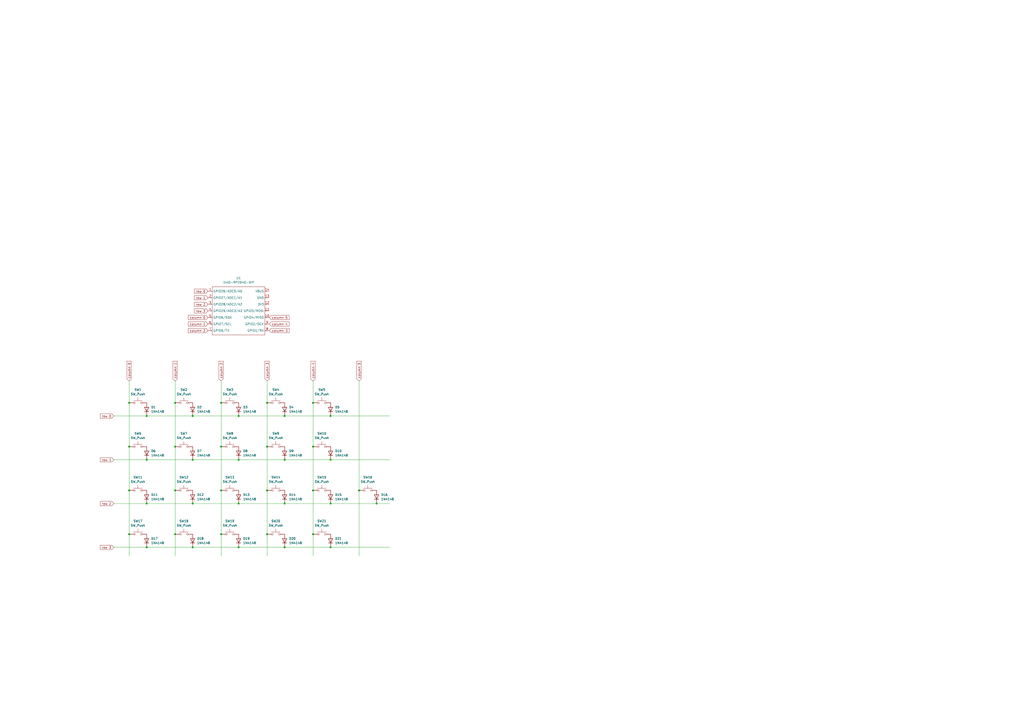
<source format=kicad_sch>
(kicad_sch
	(version 20250114)
	(generator "eeschema")
	(generator_version "9.0")
	(uuid "2877a04b-0e0e-4c96-bbbd-4dbac2fe7218")
	(paper "A2")
	(lib_symbols
		(symbol "Diode:1N4148"
			(pin_numbers
				(hide yes)
			)
			(pin_names
				(hide yes)
			)
			(exclude_from_sim no)
			(in_bom yes)
			(on_board yes)
			(property "Reference" "D"
				(at 0 2.54 0)
				(effects
					(font
						(size 1.27 1.27)
					)
				)
			)
			(property "Value" "1N4148"
				(at 0 -2.54 0)
				(effects
					(font
						(size 1.27 1.27)
					)
				)
			)
			(property "Footprint" "Diode_THT:D_DO-35_SOD27_P7.62mm_Horizontal"
				(at 0 0 0)
				(effects
					(font
						(size 1.27 1.27)
					)
					(hide yes)
				)
			)
			(property "Datasheet" "https://assets.nexperia.com/documents/data-sheet/1N4148_1N4448.pdf"
				(at 0 0 0)
				(effects
					(font
						(size 1.27 1.27)
					)
					(hide yes)
				)
			)
			(property "Description" "100V 0.15A standard switching diode, DO-35"
				(at 0 0 0)
				(effects
					(font
						(size 1.27 1.27)
					)
					(hide yes)
				)
			)
			(property "Sim.Device" "D"
				(at 0 0 0)
				(effects
					(font
						(size 1.27 1.27)
					)
					(hide yes)
				)
			)
			(property "Sim.Pins" "1=K 2=A"
				(at 0 0 0)
				(effects
					(font
						(size 1.27 1.27)
					)
					(hide yes)
				)
			)
			(property "ki_keywords" "diode"
				(at 0 0 0)
				(effects
					(font
						(size 1.27 1.27)
					)
					(hide yes)
				)
			)
			(property "ki_fp_filters" "D*DO?35*"
				(at 0 0 0)
				(effects
					(font
						(size 1.27 1.27)
					)
					(hide yes)
				)
			)
			(symbol "1N4148_0_1"
				(polyline
					(pts
						(xy -1.27 1.27) (xy -1.27 -1.27)
					)
					(stroke
						(width 0.254)
						(type default)
					)
					(fill
						(type none)
					)
				)
				(polyline
					(pts
						(xy 1.27 1.27) (xy 1.27 -1.27) (xy -1.27 0) (xy 1.27 1.27)
					)
					(stroke
						(width 0.254)
						(type default)
					)
					(fill
						(type none)
					)
				)
				(polyline
					(pts
						(xy 1.27 0) (xy -1.27 0)
					)
					(stroke
						(width 0)
						(type default)
					)
					(fill
						(type none)
					)
				)
			)
			(symbol "1N4148_1_1"
				(pin passive line
					(at -3.81 0 0)
					(length 2.54)
					(name "K"
						(effects
							(font
								(size 1.27 1.27)
							)
						)
					)
					(number "1"
						(effects
							(font
								(size 1.27 1.27)
							)
						)
					)
				)
				(pin passive line
					(at 3.81 0 180)
					(length 2.54)
					(name "A"
						(effects
							(font
								(size 1.27 1.27)
							)
						)
					)
					(number "2"
						(effects
							(font
								(size 1.27 1.27)
							)
						)
					)
				)
			)
			(embedded_fonts no)
		)
		(symbol "Seeed_Studio_XIAO_Series:XIAO-RP2040-DIP"
			(exclude_from_sim no)
			(in_bom yes)
			(on_board yes)
			(property "Reference" "U"
				(at 0 0 0)
				(effects
					(font
						(size 1.27 1.27)
					)
				)
			)
			(property "Value" "XIAO-RP2040-DIP"
				(at 5.334 -1.778 0)
				(effects
					(font
						(size 1.27 1.27)
					)
				)
			)
			(property "Footprint" "Module:MOUDLE14P-XIAO-DIP-SMD"
				(at 14.478 -32.258 0)
				(effects
					(font
						(size 1.27 1.27)
					)
					(hide yes)
				)
			)
			(property "Datasheet" ""
				(at 0 0 0)
				(effects
					(font
						(size 1.27 1.27)
					)
					(hide yes)
				)
			)
			(property "Description" ""
				(at 0 0 0)
				(effects
					(font
						(size 1.27 1.27)
					)
					(hide yes)
				)
			)
			(symbol "XIAO-RP2040-DIP_1_0"
				(polyline
					(pts
						(xy -1.27 -2.54) (xy 29.21 -2.54)
					)
					(stroke
						(width 0.1524)
						(type solid)
					)
					(fill
						(type none)
					)
				)
				(polyline
					(pts
						(xy -1.27 -5.08) (xy -2.54 -5.08)
					)
					(stroke
						(width 0.1524)
						(type solid)
					)
					(fill
						(type none)
					)
				)
				(polyline
					(pts
						(xy -1.27 -5.08) (xy -1.27 -2.54)
					)
					(stroke
						(width 0.1524)
						(type solid)
					)
					(fill
						(type none)
					)
				)
				(polyline
					(pts
						(xy -1.27 -8.89) (xy -2.54 -8.89)
					)
					(stroke
						(width 0.1524)
						(type solid)
					)
					(fill
						(type none)
					)
				)
				(polyline
					(pts
						(xy -1.27 -8.89) (xy -1.27 -5.08)
					)
					(stroke
						(width 0.1524)
						(type solid)
					)
					(fill
						(type none)
					)
				)
				(polyline
					(pts
						(xy -1.27 -12.7) (xy -2.54 -12.7)
					)
					(stroke
						(width 0.1524)
						(type solid)
					)
					(fill
						(type none)
					)
				)
				(polyline
					(pts
						(xy -1.27 -12.7) (xy -1.27 -8.89)
					)
					(stroke
						(width 0.1524)
						(type solid)
					)
					(fill
						(type none)
					)
				)
				(polyline
					(pts
						(xy -1.27 -16.51) (xy -2.54 -16.51)
					)
					(stroke
						(width 0.1524)
						(type solid)
					)
					(fill
						(type none)
					)
				)
				(polyline
					(pts
						(xy -1.27 -16.51) (xy -1.27 -12.7)
					)
					(stroke
						(width 0.1524)
						(type solid)
					)
					(fill
						(type none)
					)
				)
				(polyline
					(pts
						(xy -1.27 -20.32) (xy -2.54 -20.32)
					)
					(stroke
						(width 0.1524)
						(type solid)
					)
					(fill
						(type none)
					)
				)
				(polyline
					(pts
						(xy -1.27 -24.13) (xy -2.54 -24.13)
					)
					(stroke
						(width 0.1524)
						(type solid)
					)
					(fill
						(type none)
					)
				)
				(polyline
					(pts
						(xy -1.27 -27.94) (xy -2.54 -27.94)
					)
					(stroke
						(width 0.1524)
						(type solid)
					)
					(fill
						(type none)
					)
				)
				(polyline
					(pts
						(xy -1.27 -30.48) (xy -1.27 -16.51)
					)
					(stroke
						(width 0.1524)
						(type solid)
					)
					(fill
						(type none)
					)
				)
				(polyline
					(pts
						(xy 29.21 -2.54) (xy 29.21 -5.08)
					)
					(stroke
						(width 0.1524)
						(type solid)
					)
					(fill
						(type none)
					)
				)
				(polyline
					(pts
						(xy 29.21 -5.08) (xy 29.21 -8.89)
					)
					(stroke
						(width 0.1524)
						(type solid)
					)
					(fill
						(type none)
					)
				)
				(polyline
					(pts
						(xy 29.21 -8.89) (xy 29.21 -12.7)
					)
					(stroke
						(width 0.1524)
						(type solid)
					)
					(fill
						(type none)
					)
				)
				(polyline
					(pts
						(xy 29.21 -12.7) (xy 29.21 -30.48)
					)
					(stroke
						(width 0.1524)
						(type solid)
					)
					(fill
						(type none)
					)
				)
				(polyline
					(pts
						(xy 29.21 -30.48) (xy -1.27 -30.48)
					)
					(stroke
						(width 0.1524)
						(type solid)
					)
					(fill
						(type none)
					)
				)
				(polyline
					(pts
						(xy 30.48 -5.08) (xy 29.21 -5.08)
					)
					(stroke
						(width 0.1524)
						(type solid)
					)
					(fill
						(type none)
					)
				)
				(polyline
					(pts
						(xy 30.48 -8.89) (xy 29.21 -8.89)
					)
					(stroke
						(width 0.1524)
						(type solid)
					)
					(fill
						(type none)
					)
				)
				(polyline
					(pts
						(xy 30.48 -12.7) (xy 29.21 -12.7)
					)
					(stroke
						(width 0.1524)
						(type solid)
					)
					(fill
						(type none)
					)
				)
				(polyline
					(pts
						(xy 30.48 -16.51) (xy 29.21 -16.51)
					)
					(stroke
						(width 0.1524)
						(type solid)
					)
					(fill
						(type none)
					)
				)
				(polyline
					(pts
						(xy 30.48 -20.32) (xy 29.21 -20.32)
					)
					(stroke
						(width 0.1524)
						(type solid)
					)
					(fill
						(type none)
					)
				)
				(polyline
					(pts
						(xy 30.48 -24.13) (xy 29.21 -24.13)
					)
					(stroke
						(width 0.1524)
						(type solid)
					)
					(fill
						(type none)
					)
				)
				(polyline
					(pts
						(xy 30.48 -27.94) (xy 29.21 -27.94)
					)
					(stroke
						(width 0.1524)
						(type solid)
					)
					(fill
						(type none)
					)
				)
				(pin passive line
					(at -3.81 -5.08 0)
					(length 2.54)
					(name "GPIO26/ADC0/A0"
						(effects
							(font
								(size 1.27 1.27)
							)
						)
					)
					(number "1"
						(effects
							(font
								(size 1.27 1.27)
							)
						)
					)
				)
				(pin passive line
					(at -3.81 -8.89 0)
					(length 2.54)
					(name "GPIO27/ADC1/A1"
						(effects
							(font
								(size 1.27 1.27)
							)
						)
					)
					(number "2"
						(effects
							(font
								(size 1.27 1.27)
							)
						)
					)
				)
				(pin passive line
					(at -3.81 -12.7 0)
					(length 2.54)
					(name "GPIO28/ADC2/A2"
						(effects
							(font
								(size 1.27 1.27)
							)
						)
					)
					(number "3"
						(effects
							(font
								(size 1.27 1.27)
							)
						)
					)
				)
				(pin passive line
					(at -3.81 -16.51 0)
					(length 2.54)
					(name "GPIO29/ADC3/A3"
						(effects
							(font
								(size 1.27 1.27)
							)
						)
					)
					(number "4"
						(effects
							(font
								(size 1.27 1.27)
							)
						)
					)
				)
				(pin passive line
					(at -3.81 -20.32 0)
					(length 2.54)
					(name "GPIO6/SDA"
						(effects
							(font
								(size 1.27 1.27)
							)
						)
					)
					(number "5"
						(effects
							(font
								(size 1.27 1.27)
							)
						)
					)
				)
				(pin passive line
					(at -3.81 -24.13 0)
					(length 2.54)
					(name "GPIO7/SCL"
						(effects
							(font
								(size 1.27 1.27)
							)
						)
					)
					(number "6"
						(effects
							(font
								(size 1.27 1.27)
							)
						)
					)
				)
				(pin passive line
					(at -3.81 -27.94 0)
					(length 2.54)
					(name "GPIO0/TX"
						(effects
							(font
								(size 1.27 1.27)
							)
						)
					)
					(number "7"
						(effects
							(font
								(size 1.27 1.27)
							)
						)
					)
				)
				(pin passive line
					(at 31.75 -5.08 180)
					(length 2.54)
					(name "VBUS"
						(effects
							(font
								(size 1.27 1.27)
							)
						)
					)
					(number "14"
						(effects
							(font
								(size 1.27 1.27)
							)
						)
					)
				)
				(pin passive line
					(at 31.75 -8.89 180)
					(length 2.54)
					(name "GND"
						(effects
							(font
								(size 1.27 1.27)
							)
						)
					)
					(number "13"
						(effects
							(font
								(size 1.27 1.27)
							)
						)
					)
				)
				(pin passive line
					(at 31.75 -12.7 180)
					(length 2.54)
					(name "3V3"
						(effects
							(font
								(size 1.27 1.27)
							)
						)
					)
					(number "12"
						(effects
							(font
								(size 1.27 1.27)
							)
						)
					)
				)
				(pin passive line
					(at 31.75 -16.51 180)
					(length 2.54)
					(name "GPIO3/MOSI"
						(effects
							(font
								(size 1.27 1.27)
							)
						)
					)
					(number "11"
						(effects
							(font
								(size 1.27 1.27)
							)
						)
					)
				)
				(pin passive line
					(at 31.75 -20.32 180)
					(length 2.54)
					(name "GPIO4/MISO"
						(effects
							(font
								(size 1.27 1.27)
							)
						)
					)
					(number "10"
						(effects
							(font
								(size 1.27 1.27)
							)
						)
					)
				)
				(pin passive line
					(at 31.75 -24.13 180)
					(length 2.54)
					(name "GPIO2/SCK"
						(effects
							(font
								(size 1.27 1.27)
							)
						)
					)
					(number "9"
						(effects
							(font
								(size 1.27 1.27)
							)
						)
					)
				)
				(pin passive line
					(at 31.75 -27.94 180)
					(length 2.54)
					(name "GPIO1/RX"
						(effects
							(font
								(size 1.27 1.27)
							)
						)
					)
					(number "8"
						(effects
							(font
								(size 1.27 1.27)
							)
						)
					)
				)
			)
			(embedded_fonts no)
		)
		(symbol "Switch:SW_Push"
			(pin_numbers
				(hide yes)
			)
			(pin_names
				(offset 1.016)
				(hide yes)
			)
			(exclude_from_sim no)
			(in_bom yes)
			(on_board yes)
			(property "Reference" "SW"
				(at 1.27 2.54 0)
				(effects
					(font
						(size 1.27 1.27)
					)
					(justify left)
				)
			)
			(property "Value" "SW_Push"
				(at 0 -1.524 0)
				(effects
					(font
						(size 1.27 1.27)
					)
				)
			)
			(property "Footprint" ""
				(at 0 5.08 0)
				(effects
					(font
						(size 1.27 1.27)
					)
					(hide yes)
				)
			)
			(property "Datasheet" "~"
				(at 0 5.08 0)
				(effects
					(font
						(size 1.27 1.27)
					)
					(hide yes)
				)
			)
			(property "Description" "Push button switch, generic, two pins"
				(at 0 0 0)
				(effects
					(font
						(size 1.27 1.27)
					)
					(hide yes)
				)
			)
			(property "ki_keywords" "switch normally-open pushbutton push-button"
				(at 0 0 0)
				(effects
					(font
						(size 1.27 1.27)
					)
					(hide yes)
				)
			)
			(symbol "SW_Push_0_1"
				(circle
					(center -2.032 0)
					(radius 0.508)
					(stroke
						(width 0)
						(type default)
					)
					(fill
						(type none)
					)
				)
				(polyline
					(pts
						(xy 0 1.27) (xy 0 3.048)
					)
					(stroke
						(width 0)
						(type default)
					)
					(fill
						(type none)
					)
				)
				(circle
					(center 2.032 0)
					(radius 0.508)
					(stroke
						(width 0)
						(type default)
					)
					(fill
						(type none)
					)
				)
				(polyline
					(pts
						(xy 2.54 1.27) (xy -2.54 1.27)
					)
					(stroke
						(width 0)
						(type default)
					)
					(fill
						(type none)
					)
				)
				(pin passive line
					(at -5.08 0 0)
					(length 2.54)
					(name "1"
						(effects
							(font
								(size 1.27 1.27)
							)
						)
					)
					(number "1"
						(effects
							(font
								(size 1.27 1.27)
							)
						)
					)
				)
				(pin passive line
					(at 5.08 0 180)
					(length 2.54)
					(name "2"
						(effects
							(font
								(size 1.27 1.27)
							)
						)
					)
					(number "2"
						(effects
							(font
								(size 1.27 1.27)
							)
						)
					)
				)
			)
			(embedded_fonts no)
		)
	)
	(junction
		(at 101.6 284.48)
		(diameter 0)
		(color 0 0 0 0)
		(uuid "02638103-6159-4c3c-bd82-856b44256ed7")
	)
	(junction
		(at 101.6 233.68)
		(diameter 0)
		(color 0 0 0 0)
		(uuid "09880968-fab4-45f8-a87e-c8f3912c753e")
	)
	(junction
		(at 191.77 241.3)
		(diameter 0)
		(color 0 0 0 0)
		(uuid "0b782bd3-ca3b-4023-87bd-bfcdf2fb0c4d")
	)
	(junction
		(at 74.93 233.68)
		(diameter 0)
		(color 0 0 0 0)
		(uuid "18c4e438-895e-48d5-9949-8f0b63413530")
	)
	(junction
		(at 138.43 266.7)
		(diameter 0)
		(color 0 0 0 0)
		(uuid "1b41f3ad-a8ca-47fc-9938-379e1d2d1835")
	)
	(junction
		(at 138.43 292.1)
		(diameter 0)
		(color 0 0 0 0)
		(uuid "1f6f18c7-fb50-46f4-8549-484fc8cbabec")
	)
	(junction
		(at 128.27 259.08)
		(diameter 0)
		(color 0 0 0 0)
		(uuid "38887da5-d541-440f-bd72-5a587673432e")
	)
	(junction
		(at 74.93 259.08)
		(diameter 0)
		(color 0 0 0 0)
		(uuid "3ea935ad-48eb-428e-9980-a97fe7feaf38")
	)
	(junction
		(at 154.94 309.88)
		(diameter 0)
		(color 0 0 0 0)
		(uuid "3ff6d9d4-4b89-4724-9902-eee833df944e")
	)
	(junction
		(at 111.76 266.7)
		(diameter 0)
		(color 0 0 0 0)
		(uuid "4026464f-2730-4ea5-9819-b9bb59cc55e4")
	)
	(junction
		(at 165.1 266.7)
		(diameter 0)
		(color 0 0 0 0)
		(uuid "437836a7-b981-4af3-ae93-3766c2774bbe")
	)
	(junction
		(at 191.77 317.5)
		(diameter 0)
		(color 0 0 0 0)
		(uuid "439d087a-64b0-4d81-b2e4-dfc176bbeee9")
	)
	(junction
		(at 181.61 284.48)
		(diameter 0)
		(color 0 0 0 0)
		(uuid "4c9cba1c-e83f-4025-8655-3c68ab69bba8")
	)
	(junction
		(at 181.61 309.88)
		(diameter 0)
		(color 0 0 0 0)
		(uuid "4cc2283e-89f8-4e1a-90c0-8b940ac9e615")
	)
	(junction
		(at 181.61 259.08)
		(diameter 0)
		(color 0 0 0 0)
		(uuid "4d725890-08ba-487c-b226-f62c4f2e4a84")
	)
	(junction
		(at 111.76 241.3)
		(diameter 0)
		(color 0 0 0 0)
		(uuid "56d08d66-6b7b-4d46-9ed4-ae7df555da03")
	)
	(junction
		(at 85.09 292.1)
		(diameter 0)
		(color 0 0 0 0)
		(uuid "5bf78c6b-7f89-4c66-b4eb-2248d4d3407e")
	)
	(junction
		(at 165.1 292.1)
		(diameter 0)
		(color 0 0 0 0)
		(uuid "5e33ab0f-cb3a-4178-83fb-8ee836b319ca")
	)
	(junction
		(at 154.94 259.08)
		(diameter 0)
		(color 0 0 0 0)
		(uuid "6c3f459b-02e8-44a3-9b1f-4c16623dab22")
	)
	(junction
		(at 111.76 292.1)
		(diameter 0)
		(color 0 0 0 0)
		(uuid "733f4df9-9e79-4756-9d1e-cd98d0574afd")
	)
	(junction
		(at 85.09 241.3)
		(diameter 0)
		(color 0 0 0 0)
		(uuid "8b6c882c-f230-4602-9239-663c31b80c23")
	)
	(junction
		(at 85.09 266.7)
		(diameter 0)
		(color 0 0 0 0)
		(uuid "8c52a39f-eb58-466c-a5ba-87350efa42af")
	)
	(junction
		(at 154.94 284.48)
		(diameter 0)
		(color 0 0 0 0)
		(uuid "90a6d60f-9897-4b8b-9c74-e58162ff4f23")
	)
	(junction
		(at 128.27 233.68)
		(diameter 0)
		(color 0 0 0 0)
		(uuid "90c0a77c-ad22-4381-aac4-02f735d4ac4b")
	)
	(junction
		(at 138.43 241.3)
		(diameter 0)
		(color 0 0 0 0)
		(uuid "91e1db27-f22c-466e-8d2f-4218a6883e51")
	)
	(junction
		(at 138.43 317.5)
		(diameter 0)
		(color 0 0 0 0)
		(uuid "91edab98-549b-49a5-bb69-3bab73b69e91")
	)
	(junction
		(at 154.94 233.68)
		(diameter 0)
		(color 0 0 0 0)
		(uuid "9999edb3-e24d-4562-89c0-a927467c7ae6")
	)
	(junction
		(at 181.61 233.68)
		(diameter 0)
		(color 0 0 0 0)
		(uuid "aae3fe7e-6829-405d-90bf-4b17412f163b")
	)
	(junction
		(at 74.93 309.88)
		(diameter 0)
		(color 0 0 0 0)
		(uuid "afdb2e63-4778-4d9f-bc91-41bf0c072b6f")
	)
	(junction
		(at 128.27 284.48)
		(diameter 0)
		(color 0 0 0 0)
		(uuid "b7e77b4f-7b39-4afa-9cb2-48b5aabc4d71")
	)
	(junction
		(at 85.09 317.5)
		(diameter 0)
		(color 0 0 0 0)
		(uuid "cd054271-bb69-4fb2-83e5-0cbc75f82eb5")
	)
	(junction
		(at 165.1 241.3)
		(diameter 0)
		(color 0 0 0 0)
		(uuid "d0ab5457-d467-4df6-8fe1-b0ab91f4a763")
	)
	(junction
		(at 74.93 284.48)
		(diameter 0)
		(color 0 0 0 0)
		(uuid "d576c001-b8f3-4d12-8a87-a2a10cb57763")
	)
	(junction
		(at 208.28 284.48)
		(diameter 0)
		(color 0 0 0 0)
		(uuid "dfa56f25-fc6b-465e-ba0b-73d0e6ad6759")
	)
	(junction
		(at 191.77 292.1)
		(diameter 0)
		(color 0 0 0 0)
		(uuid "e49c3f1a-b517-456a-a637-835e1d8f49d1")
	)
	(junction
		(at 165.1 317.5)
		(diameter 0)
		(color 0 0 0 0)
		(uuid "e5b9af65-c7d7-4124-a389-ee3a2243bc3a")
	)
	(junction
		(at 111.76 317.5)
		(diameter 0)
		(color 0 0 0 0)
		(uuid "e689dcff-3f46-4b02-9c35-9b0a398fdf0f")
	)
	(junction
		(at 101.6 259.08)
		(diameter 0)
		(color 0 0 0 0)
		(uuid "e986fa1e-445a-4024-a6fb-cada8831af49")
	)
	(junction
		(at 101.6 309.88)
		(diameter 0)
		(color 0 0 0 0)
		(uuid "f15bbf84-876b-4e5b-8e34-bba652a3487c")
	)
	(junction
		(at 218.44 292.1)
		(diameter 0)
		(color 0 0 0 0)
		(uuid "f22f0ec7-1a2b-4919-9a45-9a6bb0de29cd")
	)
	(junction
		(at 128.27 309.88)
		(diameter 0)
		(color 0 0 0 0)
		(uuid "f65d025a-41bc-4187-84f0-a08c1e980a19")
	)
	(junction
		(at 191.77 266.7)
		(diameter 0)
		(color 0 0 0 0)
		(uuid "f99a6a8e-a1c0-4d3e-b284-b5ed6ee77529")
	)
	(wire
		(pts
			(xy 66.04 241.3) (xy 85.09 241.3)
		)
		(stroke
			(width 0)
			(type default)
		)
		(uuid "005b3de4-427f-48cf-a221-117f6559effa")
	)
	(wire
		(pts
			(xy 128.27 284.48) (xy 128.27 309.88)
		)
		(stroke
			(width 0)
			(type default)
		)
		(uuid "02b6270d-ee4d-4654-b1c6-34e6598b34e3")
	)
	(wire
		(pts
			(xy 138.43 266.7) (xy 165.1 266.7)
		)
		(stroke
			(width 0)
			(type default)
		)
		(uuid "0ad700ef-045c-44a3-9e06-1b8398f2dab1")
	)
	(wire
		(pts
			(xy 85.09 292.1) (xy 111.76 292.1)
		)
		(stroke
			(width 0)
			(type default)
		)
		(uuid "13a64919-3001-4d7f-9441-4bb82728de81")
	)
	(wire
		(pts
			(xy 111.76 241.3) (xy 138.43 241.3)
		)
		(stroke
			(width 0)
			(type default)
		)
		(uuid "159fe7d9-3191-4180-a047-0e2e3be06e83")
	)
	(wire
		(pts
			(xy 138.43 292.1) (xy 165.1 292.1)
		)
		(stroke
			(width 0)
			(type default)
		)
		(uuid "15a92243-22f1-4ed8-85e0-5c403ec4179d")
	)
	(wire
		(pts
			(xy 101.6 220.98) (xy 101.6 233.68)
		)
		(stroke
			(width 0)
			(type default)
		)
		(uuid "16de6c35-645a-4753-9599-d49c2ebdf220")
	)
	(wire
		(pts
			(xy 154.94 220.98) (xy 154.94 233.68)
		)
		(stroke
			(width 0)
			(type default)
		)
		(uuid "196952a0-8c98-4e42-97be-0afcc5abb358")
	)
	(wire
		(pts
			(xy 165.1 266.7) (xy 191.77 266.7)
		)
		(stroke
			(width 0)
			(type default)
		)
		(uuid "1bf41dd3-3ac3-43a4-ae12-066effebef92")
	)
	(wire
		(pts
			(xy 85.09 266.7) (xy 111.76 266.7)
		)
		(stroke
			(width 0)
			(type default)
		)
		(uuid "1ea14164-6007-45f7-8257-5010c97f311d")
	)
	(wire
		(pts
			(xy 128.27 259.08) (xy 128.27 284.48)
		)
		(stroke
			(width 0)
			(type default)
		)
		(uuid "381b8c38-2a2e-4f12-80a4-cf3e4c34c970")
	)
	(wire
		(pts
			(xy 218.44 292.1) (xy 226.06 292.1)
		)
		(stroke
			(width 0)
			(type default)
		)
		(uuid "38e2e81b-4b68-454d-bfe9-1079beb1e621")
	)
	(wire
		(pts
			(xy 191.77 317.5) (xy 226.06 317.5)
		)
		(stroke
			(width 0)
			(type default)
		)
		(uuid "3a6d1f43-d250-4b9d-b886-16567bf2f4e4")
	)
	(wire
		(pts
			(xy 165.1 241.3) (xy 191.77 241.3)
		)
		(stroke
			(width 0)
			(type default)
		)
		(uuid "3b7cf86f-f0c3-4826-a369-d7ee779745a2")
	)
	(wire
		(pts
			(xy 191.77 241.3) (xy 226.06 241.3)
		)
		(stroke
			(width 0)
			(type default)
		)
		(uuid "3dd6c012-cd57-4af5-b664-37abaf598db3")
	)
	(wire
		(pts
			(xy 74.93 233.68) (xy 74.93 259.08)
		)
		(stroke
			(width 0)
			(type default)
		)
		(uuid "3f510122-03b9-45f4-b59f-3c3edd54bfbc")
	)
	(wire
		(pts
			(xy 74.93 309.88) (xy 74.93 322.58)
		)
		(stroke
			(width 0)
			(type default)
		)
		(uuid "40855a8f-0e67-42a3-a8fa-d7e5a908cb66")
	)
	(wire
		(pts
			(xy 191.77 266.7) (xy 226.06 266.7)
		)
		(stroke
			(width 0)
			(type default)
		)
		(uuid "48ebc319-62e1-4772-b2d0-89af4c72eec3")
	)
	(wire
		(pts
			(xy 154.94 233.68) (xy 154.94 259.08)
		)
		(stroke
			(width 0)
			(type default)
		)
		(uuid "4ac236b2-c1ef-4f4e-9c3b-f21cd5453871")
	)
	(wire
		(pts
			(xy 208.28 220.98) (xy 208.28 284.48)
		)
		(stroke
			(width 0)
			(type default)
		)
		(uuid "4ce9ac17-5c61-492d-9456-3e7d4b3b36ec")
	)
	(wire
		(pts
			(xy 154.94 309.88) (xy 154.94 322.58)
		)
		(stroke
			(width 0)
			(type default)
		)
		(uuid "4e86adf9-7528-461f-b2e1-edbc57059d66")
	)
	(wire
		(pts
			(xy 191.77 292.1) (xy 218.44 292.1)
		)
		(stroke
			(width 0)
			(type default)
		)
		(uuid "4ee3ca9f-2e38-485c-98ac-404cacb76830")
	)
	(wire
		(pts
			(xy 128.27 309.88) (xy 128.27 322.58)
		)
		(stroke
			(width 0)
			(type default)
		)
		(uuid "512cebf8-1b0c-41fa-9fa4-4bdc4fb765b6")
	)
	(wire
		(pts
			(xy 181.61 220.98) (xy 181.61 233.68)
		)
		(stroke
			(width 0)
			(type default)
		)
		(uuid "56fb48e2-0fdc-46e3-bac4-c2808b02caf1")
	)
	(wire
		(pts
			(xy 181.61 259.08) (xy 181.61 284.48)
		)
		(stroke
			(width 0)
			(type default)
		)
		(uuid "58b4ccf0-c755-434c-904a-15591e9404c6")
	)
	(wire
		(pts
			(xy 111.76 292.1) (xy 138.43 292.1)
		)
		(stroke
			(width 0)
			(type default)
		)
		(uuid "59ba14ab-1aab-4ea4-8607-f6d2d17ac1c4")
	)
	(wire
		(pts
			(xy 154.94 284.48) (xy 154.94 309.88)
		)
		(stroke
			(width 0)
			(type default)
		)
		(uuid "5ab53848-9db2-4f9f-b103-080437d5deae")
	)
	(wire
		(pts
			(xy 101.6 284.48) (xy 101.6 309.88)
		)
		(stroke
			(width 0)
			(type default)
		)
		(uuid "5b61f925-0d81-491f-96ec-2edb8b53989d")
	)
	(wire
		(pts
			(xy 66.04 266.7) (xy 85.09 266.7)
		)
		(stroke
			(width 0)
			(type default)
		)
		(uuid "5bdf7646-9292-4299-873c-ec21af806886")
	)
	(wire
		(pts
			(xy 181.61 284.48) (xy 181.61 309.88)
		)
		(stroke
			(width 0)
			(type default)
		)
		(uuid "669958de-6e90-48cf-9d11-eae755a16c68")
	)
	(wire
		(pts
			(xy 181.61 233.68) (xy 181.61 259.08)
		)
		(stroke
			(width 0)
			(type default)
		)
		(uuid "76c29bfe-09ce-43b2-a456-5d3e0af843cd")
	)
	(wire
		(pts
			(xy 101.6 309.88) (xy 101.6 322.58)
		)
		(stroke
			(width 0)
			(type default)
		)
		(uuid "823afaf8-6d13-40b2-88df-cf5c8cac17e4")
	)
	(wire
		(pts
			(xy 85.09 317.5) (xy 111.76 317.5)
		)
		(stroke
			(width 0)
			(type default)
		)
		(uuid "82e15a36-2db3-4279-937a-6c4686dc7fd5")
	)
	(wire
		(pts
			(xy 101.6 259.08) (xy 101.6 284.48)
		)
		(stroke
			(width 0)
			(type default)
		)
		(uuid "8b80bf58-4bdb-4872-bb0d-f67abfe77310")
	)
	(wire
		(pts
			(xy 128.27 220.98) (xy 128.27 233.68)
		)
		(stroke
			(width 0)
			(type default)
		)
		(uuid "8ea4c272-c445-4754-9ddb-e2fbc36d015d")
	)
	(wire
		(pts
			(xy 181.61 309.88) (xy 181.61 322.58)
		)
		(stroke
			(width 0)
			(type default)
		)
		(uuid "a212d6c6-a872-4bdb-9f7b-56160d9641a5")
	)
	(wire
		(pts
			(xy 208.28 284.48) (xy 208.28 322.58)
		)
		(stroke
			(width 0)
			(type default)
		)
		(uuid "a7697c8e-5386-4a80-95b2-7477ef466aa3")
	)
	(wire
		(pts
			(xy 111.76 317.5) (xy 138.43 317.5)
		)
		(stroke
			(width 0)
			(type default)
		)
		(uuid "a9656835-a595-4056-b46a-a815f9fc13bc")
	)
	(wire
		(pts
			(xy 74.93 259.08) (xy 74.93 284.48)
		)
		(stroke
			(width 0)
			(type default)
		)
		(uuid "b8895826-48e7-45f0-8ba1-b275cd60305b")
	)
	(wire
		(pts
			(xy 111.76 266.7) (xy 138.43 266.7)
		)
		(stroke
			(width 0)
			(type default)
		)
		(uuid "bfb6c745-5bc3-4c97-a6d5-0163eff67ed3")
	)
	(wire
		(pts
			(xy 66.04 317.5) (xy 85.09 317.5)
		)
		(stroke
			(width 0)
			(type default)
		)
		(uuid "c7a720b5-0cda-4812-8977-b66e2d871635")
	)
	(wire
		(pts
			(xy 74.93 220.98) (xy 74.93 233.68)
		)
		(stroke
			(width 0)
			(type default)
		)
		(uuid "c85804c8-0299-4406-8182-a8a267392675")
	)
	(wire
		(pts
			(xy 85.09 241.3) (xy 111.76 241.3)
		)
		(stroke
			(width 0)
			(type default)
		)
		(uuid "d08d86fd-d440-4a8f-89ca-d5426c25a1be")
	)
	(wire
		(pts
			(xy 165.1 292.1) (xy 191.77 292.1)
		)
		(stroke
			(width 0)
			(type default)
		)
		(uuid "d17de8db-e1a3-4933-b6ad-897653cb834b")
	)
	(wire
		(pts
			(xy 128.27 233.68) (xy 128.27 259.08)
		)
		(stroke
			(width 0)
			(type default)
		)
		(uuid "d241e0ee-c231-4913-a2e8-128d91773e9d")
	)
	(wire
		(pts
			(xy 138.43 317.5) (xy 165.1 317.5)
		)
		(stroke
			(width 0)
			(type default)
		)
		(uuid "d7cdc5c0-ce49-4149-ae9b-145563d13b86")
	)
	(wire
		(pts
			(xy 66.04 292.1) (xy 85.09 292.1)
		)
		(stroke
			(width 0)
			(type default)
		)
		(uuid "deadfb1d-1de9-4686-9ada-f9102c4f1337")
	)
	(wire
		(pts
			(xy 165.1 317.5) (xy 191.77 317.5)
		)
		(stroke
			(width 0)
			(type default)
		)
		(uuid "f2880ef1-fa81-4c1e-8e6a-d5f741ca566d")
	)
	(wire
		(pts
			(xy 154.94 259.08) (xy 154.94 284.48)
		)
		(stroke
			(width 0)
			(type default)
		)
		(uuid "f4bb0446-1f85-472b-a819-af96dcbe2710")
	)
	(wire
		(pts
			(xy 138.43 241.3) (xy 165.1 241.3)
		)
		(stroke
			(width 0)
			(type default)
		)
		(uuid "f58f0872-0cf6-4d2f-a1c4-a53deadddcfd")
	)
	(wire
		(pts
			(xy 101.6 233.68) (xy 101.6 259.08)
		)
		(stroke
			(width 0)
			(type default)
		)
		(uuid "fb891906-e5b6-4177-b502-2f6e0df83f21")
	)
	(wire
		(pts
			(xy 74.93 284.48) (xy 74.93 309.88)
		)
		(stroke
			(width 0)
			(type default)
		)
		(uuid "fce44397-f8c0-47a1-8049-58c6d650c310")
	)
	(global_label "row 3"
		(shape input)
		(at 120.65 180.34 180)
		(fields_autoplaced yes)
		(effects
			(font
				(size 1.27 1.27)
			)
			(justify right)
		)
		(uuid "10896378-81f5-4561-b8de-2b9d1aa697da")
		(property "Intersheetrefs" "${INTERSHEET_REFS}"
			(at 112.222 180.34 0)
			(effects
				(font
					(size 1.27 1.27)
				)
				(justify right)
				(hide yes)
			)
		)
	)
	(global_label "row 1"
		(shape input)
		(at 66.04 266.7 180)
		(fields_autoplaced yes)
		(effects
			(font
				(size 1.27 1.27)
			)
			(justify right)
		)
		(uuid "254a96f3-984a-460c-8d69-8c7776094199")
		(property "Intersheetrefs" "${INTERSHEET_REFS}"
			(at 57.612 266.7 0)
			(effects
				(font
					(size 1.27 1.27)
				)
				(justify right)
				(hide yes)
			)
		)
	)
	(global_label "column 5"
		(shape input)
		(at 156.21 184.15 0)
		(fields_autoplaced yes)
		(effects
			(font
				(size 1.27 1.27)
			)
			(justify left)
		)
		(uuid "2f6c4d6a-a9b1-417f-90f4-0f0b33ca033a")
		(property "Intersheetrefs" "${INTERSHEET_REFS}"
			(at 168.2664 184.15 0)
			(effects
				(font
					(size 1.27 1.27)
				)
				(justify left)
				(hide yes)
			)
		)
	)
	(global_label "column 1"
		(shape input)
		(at 120.65 187.96 180)
		(fields_autoplaced yes)
		(effects
			(font
				(size 1.27 1.27)
			)
			(justify right)
		)
		(uuid "786003bd-5460-4357-b67c-45d214d9288d")
		(property "Intersheetrefs" "${INTERSHEET_REFS}"
			(at 108.5936 187.96 0)
			(effects
				(font
					(size 1.27 1.27)
				)
				(justify right)
				(hide yes)
			)
		)
	)
	(global_label "column 3"
		(shape input)
		(at 154.94 220.98 90)
		(fields_autoplaced yes)
		(effects
			(font
				(size 1.27 1.27)
			)
			(justify left)
		)
		(uuid "8bd765b5-060f-4eff-bb8e-ddb3091d02e2")
		(property "Intersheetrefs" "${INTERSHEET_REFS}"
			(at 154.94 208.9236 90)
			(effects
				(font
					(size 1.27 1.27)
				)
				(justify left)
				(hide yes)
			)
		)
	)
	(global_label "row 3"
		(shape input)
		(at 66.04 317.5 180)
		(fields_autoplaced yes)
		(effects
			(font
				(size 1.27 1.27)
			)
			(justify right)
		)
		(uuid "8e644216-ca81-47e7-af0f-e508df76cc6c")
		(property "Intersheetrefs" "${INTERSHEET_REFS}"
			(at 57.612 317.5 0)
			(effects
				(font
					(size 1.27 1.27)
				)
				(justify right)
				(hide yes)
			)
		)
	)
	(global_label "column 2"
		(shape input)
		(at 128.27 220.98 90)
		(fields_autoplaced yes)
		(effects
			(font
				(size 1.27 1.27)
			)
			(justify left)
		)
		(uuid "91c81f7f-91d8-4ae0-b1c4-4ba92b8d617f")
		(property "Intersheetrefs" "${INTERSHEET_REFS}"
			(at 128.27 208.9236 90)
			(effects
				(font
					(size 1.27 1.27)
				)
				(justify left)
				(hide yes)
			)
		)
	)
	(global_label "row 0"
		(shape input)
		(at 66.04 241.3 180)
		(fields_autoplaced yes)
		(effects
			(font
				(size 1.27 1.27)
			)
			(justify right)
		)
		(uuid "93e5ac82-9cf5-41a9-955c-62b27f9706bc")
		(property "Intersheetrefs" "${INTERSHEET_REFS}"
			(at 57.612 241.3 0)
			(effects
				(font
					(size 1.27 1.27)
				)
				(justify right)
				(hide yes)
			)
		)
	)
	(global_label "column 1"
		(shape input)
		(at 101.6 220.98 90)
		(fields_autoplaced yes)
		(effects
			(font
				(size 1.27 1.27)
			)
			(justify left)
		)
		(uuid "94cacbd3-a154-407d-a488-e566c2beeedc")
		(property "Intersheetrefs" "${INTERSHEET_REFS}"
			(at 101.6 208.9236 90)
			(effects
				(font
					(size 1.27 1.27)
				)
				(justify left)
				(hide yes)
			)
		)
	)
	(global_label "row 2"
		(shape input)
		(at 66.04 292.1 180)
		(fields_autoplaced yes)
		(effects
			(font
				(size 1.27 1.27)
			)
			(justify right)
		)
		(uuid "9a1be5b3-550a-4703-b237-5890563d0645")
		(property "Intersheetrefs" "${INTERSHEET_REFS}"
			(at 57.612 292.1 0)
			(effects
				(font
					(size 1.27 1.27)
				)
				(justify right)
				(hide yes)
			)
		)
	)
	(global_label "row 1"
		(shape input)
		(at 120.65 172.72 180)
		(fields_autoplaced yes)
		(effects
			(font
				(size 1.27 1.27)
			)
			(justify right)
		)
		(uuid "a17f8d76-618d-4b2a-a5a7-d43ae758d5b2")
		(property "Intersheetrefs" "${INTERSHEET_REFS}"
			(at 112.222 172.72 0)
			(effects
				(font
					(size 1.27 1.27)
				)
				(justify right)
				(hide yes)
			)
		)
	)
	(global_label "row 2"
		(shape input)
		(at 120.65 176.53 180)
		(fields_autoplaced yes)
		(effects
			(font
				(size 1.27 1.27)
			)
			(justify right)
		)
		(uuid "a603bee9-523a-418f-a63c-67adb1c26d3e")
		(property "Intersheetrefs" "${INTERSHEET_REFS}"
			(at 112.222 176.53 0)
			(effects
				(font
					(size 1.27 1.27)
				)
				(justify right)
				(hide yes)
			)
		)
	)
	(global_label "column 0"
		(shape input)
		(at 74.93 220.98 90)
		(fields_autoplaced yes)
		(effects
			(font
				(size 1.27 1.27)
			)
			(justify left)
		)
		(uuid "bb0322ac-77a1-4e1e-83b7-73ff45ed6e6b")
		(property "Intersheetrefs" "${INTERSHEET_REFS}"
			(at 74.93 208.9236 90)
			(effects
				(font
					(size 1.27 1.27)
				)
				(justify left)
				(hide yes)
			)
		)
	)
	(global_label "column 4"
		(shape input)
		(at 156.21 187.96 0)
		(fields_autoplaced yes)
		(effects
			(font
				(size 1.27 1.27)
			)
			(justify left)
		)
		(uuid "d1a2fd18-ad5b-4d8f-84aa-347ff5fa4416")
		(property "Intersheetrefs" "${INTERSHEET_REFS}"
			(at 168.2664 187.96 0)
			(effects
				(font
					(size 1.27 1.27)
				)
				(justify left)
				(hide yes)
			)
		)
	)
	(global_label "column 3"
		(shape input)
		(at 156.21 191.77 0)
		(fields_autoplaced yes)
		(effects
			(font
				(size 1.27 1.27)
			)
			(justify left)
		)
		(uuid "d29b802e-c030-4726-ba61-cfcd791e1cdf")
		(property "Intersheetrefs" "${INTERSHEET_REFS}"
			(at 168.2664 191.77 0)
			(effects
				(font
					(size 1.27 1.27)
				)
				(justify left)
				(hide yes)
			)
		)
	)
	(global_label "column 5"
		(shape input)
		(at 208.28 220.98 90)
		(fields_autoplaced yes)
		(effects
			(font
				(size 1.27 1.27)
			)
			(justify left)
		)
		(uuid "d96352a0-2659-46d4-a4a6-4d4a562f08a9")
		(property "Intersheetrefs" "${INTERSHEET_REFS}"
			(at 208.28 208.9236 90)
			(effects
				(font
					(size 1.27 1.27)
				)
				(justify left)
				(hide yes)
			)
		)
	)
	(global_label "column 2"
		(shape input)
		(at 120.65 191.77 180)
		(fields_autoplaced yes)
		(effects
			(font
				(size 1.27 1.27)
			)
			(justify right)
		)
		(uuid "db797911-b07e-4f22-a8ac-389133493df4")
		(property "Intersheetrefs" "${INTERSHEET_REFS}"
			(at 108.5936 191.77 0)
			(effects
				(font
					(size 1.27 1.27)
				)
				(justify right)
				(hide yes)
			)
		)
	)
	(global_label "column 4"
		(shape input)
		(at 181.61 220.98 90)
		(fields_autoplaced yes)
		(effects
			(font
				(size 1.27 1.27)
			)
			(justify left)
		)
		(uuid "ded526f5-51a1-470a-8bdb-01ef4e26b92a")
		(property "Intersheetrefs" "${INTERSHEET_REFS}"
			(at 181.61 208.9236 90)
			(effects
				(font
					(size 1.27 1.27)
				)
				(justify left)
				(hide yes)
			)
		)
	)
	(global_label "row 0"
		(shape input)
		(at 120.65 168.91 180)
		(fields_autoplaced yes)
		(effects
			(font
				(size 1.27 1.27)
			)
			(justify right)
		)
		(uuid "f1064fbf-7f18-4f61-9267-d02eb4983245")
		(property "Intersheetrefs" "${INTERSHEET_REFS}"
			(at 112.222 168.91 0)
			(effects
				(font
					(size 1.27 1.27)
				)
				(justify right)
				(hide yes)
			)
		)
	)
	(global_label "column 0"
		(shape input)
		(at 120.65 184.15 180)
		(fields_autoplaced yes)
		(effects
			(font
				(size 1.27 1.27)
			)
			(justify right)
		)
		(uuid "ff338281-be0c-4fb0-9031-f4a5f7a8d2f5")
		(property "Intersheetrefs" "${INTERSHEET_REFS}"
			(at 108.5936 184.15 0)
			(effects
				(font
					(size 1.27 1.27)
				)
				(justify right)
				(hide yes)
			)
		)
	)
	(symbol
		(lib_id "Diode:1N4148")
		(at 111.76 262.89 90)
		(unit 1)
		(exclude_from_sim no)
		(in_bom yes)
		(on_board yes)
		(dnp no)
		(fields_autoplaced yes)
		(uuid "06f80564-3d2b-49d3-a63c-15f09b2d2bc7")
		(property "Reference" "D7"
			(at 114.3 261.6199 90)
			(effects
				(font
					(size 1.27 1.27)
				)
				(justify right)
			)
		)
		(property "Value" "1N4148"
			(at 114.3 264.1599 90)
			(effects
				(font
					(size 1.27 1.27)
				)
				(justify right)
			)
		)
		(property "Footprint" "Diode_THT:D_DO-35_SOD27_P7.62mm_Horizontal"
			(at 111.76 262.89 0)
			(effects
				(font
					(size 1.27 1.27)
				)
				(hide yes)
			)
		)
		(property "Datasheet" "https://assets.nexperia.com/documents/data-sheet/1N4148_1N4448.pdf"
			(at 111.76 262.89 0)
			(effects
				(font
					(size 1.27 1.27)
				)
				(hide yes)
			)
		)
		(property "Description" "100V 0.15A standard switching diode, DO-35"
			(at 111.76 262.89 0)
			(effects
				(font
					(size 1.27 1.27)
				)
				(hide yes)
			)
		)
		(property "Sim.Device" "D"
			(at 111.76 262.89 0)
			(effects
				(font
					(size 1.27 1.27)
				)
				(hide yes)
			)
		)
		(property "Sim.Pins" "1=K 2=A"
			(at 111.76 262.89 0)
			(effects
				(font
					(size 1.27 1.27)
				)
				(hide yes)
			)
		)
		(pin "1"
			(uuid "fd7f7458-598c-4510-83ef-d8b774e82444")
		)
		(pin "2"
			(uuid "896dfbfb-9405-496d-9b85-61f9bd6638b7")
		)
		(instances
			(project "ergo_keeb"
				(path "/2877a04b-0e0e-4c96-bbbd-4dbac2fe7218"
					(reference "D7")
					(unit 1)
				)
			)
		)
	)
	(symbol
		(lib_id "Diode:1N4148")
		(at 111.76 313.69 90)
		(unit 1)
		(exclude_from_sim no)
		(in_bom yes)
		(on_board yes)
		(dnp no)
		(fields_autoplaced yes)
		(uuid "0eab3588-0850-4f2b-929e-bd6fa2f2e40c")
		(property "Reference" "D18"
			(at 114.3 312.4199 90)
			(effects
				(font
					(size 1.27 1.27)
				)
				(justify right)
			)
		)
		(property "Value" "1N4148"
			(at 114.3 314.9599 90)
			(effects
				(font
					(size 1.27 1.27)
				)
				(justify right)
			)
		)
		(property "Footprint" "Diode_THT:D_DO-35_SOD27_P7.62mm_Horizontal"
			(at 111.76 313.69 0)
			(effects
				(font
					(size 1.27 1.27)
				)
				(hide yes)
			)
		)
		(property "Datasheet" "https://assets.nexperia.com/documents/data-sheet/1N4148_1N4448.pdf"
			(at 111.76 313.69 0)
			(effects
				(font
					(size 1.27 1.27)
				)
				(hide yes)
			)
		)
		(property "Description" "100V 0.15A standard switching diode, DO-35"
			(at 111.76 313.69 0)
			(effects
				(font
					(size 1.27 1.27)
				)
				(hide yes)
			)
		)
		(property "Sim.Device" "D"
			(at 111.76 313.69 0)
			(effects
				(font
					(size 1.27 1.27)
				)
				(hide yes)
			)
		)
		(property "Sim.Pins" "1=K 2=A"
			(at 111.76 313.69 0)
			(effects
				(font
					(size 1.27 1.27)
				)
				(hide yes)
			)
		)
		(pin "1"
			(uuid "239843d6-453b-43c9-8277-11fd08d2c9ed")
		)
		(pin "2"
			(uuid "45e36275-fab0-4ab5-bef7-f1e84cf1f13b")
		)
		(instances
			(project "ergo_keeb"
				(path "/2877a04b-0e0e-4c96-bbbd-4dbac2fe7218"
					(reference "D18")
					(unit 1)
				)
			)
		)
	)
	(symbol
		(lib_id "Switch:SW_Push")
		(at 106.68 259.08 0)
		(unit 1)
		(exclude_from_sim no)
		(in_bom yes)
		(on_board yes)
		(dnp no)
		(fields_autoplaced yes)
		(uuid "0fa38caa-352f-4ef2-98d3-84bed4547cce")
		(property "Reference" "SW7"
			(at 106.68 251.46 0)
			(effects
				(font
					(size 1.27 1.27)
				)
			)
		)
		(property "Value" "SW_Push"
			(at 106.68 254 0)
			(effects
				(font
					(size 1.27 1.27)
				)
			)
		)
		(property "Footprint" "Button_Switch_Keyboard:SW_Cherry_MX_1.00u_PCB"
			(at 106.68 254 0)
			(effects
				(font
					(size 1.27 1.27)
				)
				(hide yes)
			)
		)
		(property "Datasheet" "~"
			(at 106.68 254 0)
			(effects
				(font
					(size 1.27 1.27)
				)
				(hide yes)
			)
		)
		(property "Description" "Push button switch, generic, two pins"
			(at 106.68 259.08 0)
			(effects
				(font
					(size 1.27 1.27)
				)
				(hide yes)
			)
		)
		(pin "1"
			(uuid "8fe56d9b-281d-40cc-bdb9-1aac2f2c8cdd")
		)
		(pin "2"
			(uuid "d87f6efb-1280-4a56-b8e8-fae7ebadd60b")
		)
		(instances
			(project "ergo_keeb"
				(path "/2877a04b-0e0e-4c96-bbbd-4dbac2fe7218"
					(reference "SW7")
					(unit 1)
				)
			)
		)
	)
	(symbol
		(lib_id "Switch:SW_Push")
		(at 186.69 309.88 0)
		(unit 1)
		(exclude_from_sim no)
		(in_bom yes)
		(on_board yes)
		(dnp no)
		(fields_autoplaced yes)
		(uuid "1961a92e-997b-41f9-9ded-a24cd2817302")
		(property "Reference" "SW21"
			(at 186.69 302.26 0)
			(effects
				(font
					(size 1.27 1.27)
				)
			)
		)
		(property "Value" "SW_Push"
			(at 186.69 304.8 0)
			(effects
				(font
					(size 1.27 1.27)
				)
			)
		)
		(property "Footprint" "Button_Switch_Keyboard:SW_Cherry_MX_1.00u_PCB"
			(at 186.69 304.8 0)
			(effects
				(font
					(size 1.27 1.27)
				)
				(hide yes)
			)
		)
		(property "Datasheet" "~"
			(at 186.69 304.8 0)
			(effects
				(font
					(size 1.27 1.27)
				)
				(hide yes)
			)
		)
		(property "Description" "Push button switch, generic, two pins"
			(at 186.69 309.88 0)
			(effects
				(font
					(size 1.27 1.27)
				)
				(hide yes)
			)
		)
		(pin "1"
			(uuid "4b6bc78d-26b8-423d-b27b-74d3a2a43ba1")
		)
		(pin "2"
			(uuid "57212cc7-b882-4359-8083-3f05f94ed9f1")
		)
		(instances
			(project "ergo_keeb"
				(path "/2877a04b-0e0e-4c96-bbbd-4dbac2fe7218"
					(reference "SW21")
					(unit 1)
				)
			)
		)
	)
	(symbol
		(lib_id "Diode:1N4148")
		(at 138.43 313.69 90)
		(unit 1)
		(exclude_from_sim no)
		(in_bom yes)
		(on_board yes)
		(dnp no)
		(fields_autoplaced yes)
		(uuid "1ee774ba-53ef-49bb-836f-ca300102153f")
		(property "Reference" "D19"
			(at 140.97 312.4199 90)
			(effects
				(font
					(size 1.27 1.27)
				)
				(justify right)
			)
		)
		(property "Value" "1N4148"
			(at 140.97 314.9599 90)
			(effects
				(font
					(size 1.27 1.27)
				)
				(justify right)
			)
		)
		(property "Footprint" "Diode_THT:D_DO-35_SOD27_P7.62mm_Horizontal"
			(at 138.43 313.69 0)
			(effects
				(font
					(size 1.27 1.27)
				)
				(hide yes)
			)
		)
		(property "Datasheet" "https://assets.nexperia.com/documents/data-sheet/1N4148_1N4448.pdf"
			(at 138.43 313.69 0)
			(effects
				(font
					(size 1.27 1.27)
				)
				(hide yes)
			)
		)
		(property "Description" "100V 0.15A standard switching diode, DO-35"
			(at 138.43 313.69 0)
			(effects
				(font
					(size 1.27 1.27)
				)
				(hide yes)
			)
		)
		(property "Sim.Device" "D"
			(at 138.43 313.69 0)
			(effects
				(font
					(size 1.27 1.27)
				)
				(hide yes)
			)
		)
		(property "Sim.Pins" "1=K 2=A"
			(at 138.43 313.69 0)
			(effects
				(font
					(size 1.27 1.27)
				)
				(hide yes)
			)
		)
		(pin "1"
			(uuid "1e1ca42d-7edd-4c12-960a-8f8f36327940")
		)
		(pin "2"
			(uuid "4d6ae8fa-18a9-427e-8f18-2d3b51d1fc8b")
		)
		(instances
			(project "ergo_keeb"
				(path "/2877a04b-0e0e-4c96-bbbd-4dbac2fe7218"
					(reference "D19")
					(unit 1)
				)
			)
		)
	)
	(symbol
		(lib_id "Switch:SW_Push")
		(at 80.01 259.08 0)
		(unit 1)
		(exclude_from_sim no)
		(in_bom yes)
		(on_board yes)
		(dnp no)
		(fields_autoplaced yes)
		(uuid "3603f08a-4245-4baa-ade6-cabe737698be")
		(property "Reference" "SW6"
			(at 80.01 251.46 0)
			(effects
				(font
					(size 1.27 1.27)
				)
			)
		)
		(property "Value" "SW_Push"
			(at 80.01 254 0)
			(effects
				(font
					(size 1.27 1.27)
				)
			)
		)
		(property "Footprint" "Button_Switch_Keyboard:SW_Cherry_MX_1.00u_PCB"
			(at 80.01 254 0)
			(effects
				(font
					(size 1.27 1.27)
				)
				(hide yes)
			)
		)
		(property "Datasheet" "~"
			(at 80.01 254 0)
			(effects
				(font
					(size 1.27 1.27)
				)
				(hide yes)
			)
		)
		(property "Description" "Push button switch, generic, two pins"
			(at 80.01 259.08 0)
			(effects
				(font
					(size 1.27 1.27)
				)
				(hide yes)
			)
		)
		(pin "1"
			(uuid "14cdceb7-7018-4aa6-849e-c9274842c85c")
		)
		(pin "2"
			(uuid "f19d722d-4b15-4530-af8b-40b48d733154")
		)
		(instances
			(project "ergo_keeb"
				(path "/2877a04b-0e0e-4c96-bbbd-4dbac2fe7218"
					(reference "SW6")
					(unit 1)
				)
			)
		)
	)
	(symbol
		(lib_id "Diode:1N4148")
		(at 85.09 237.49 90)
		(unit 1)
		(exclude_from_sim no)
		(in_bom yes)
		(on_board yes)
		(dnp no)
		(fields_autoplaced yes)
		(uuid "371bd703-f88b-4fe5-9eb5-10a5286a12fc")
		(property "Reference" "D1"
			(at 87.63 236.2199 90)
			(effects
				(font
					(size 1.27 1.27)
				)
				(justify right)
			)
		)
		(property "Value" "1N4148"
			(at 87.63 238.7599 90)
			(effects
				(font
					(size 1.27 1.27)
				)
				(justify right)
			)
		)
		(property "Footprint" "Diode_THT:D_DO-35_SOD27_P7.62mm_Horizontal"
			(at 85.09 237.49 0)
			(effects
				(font
					(size 1.27 1.27)
				)
				(hide yes)
			)
		)
		(property "Datasheet" "https://assets.nexperia.com/documents/data-sheet/1N4148_1N4448.pdf"
			(at 85.09 237.49 0)
			(effects
				(font
					(size 1.27 1.27)
				)
				(hide yes)
			)
		)
		(property "Description" "100V 0.15A standard switching diode, DO-35"
			(at 85.09 237.49 0)
			(effects
				(font
					(size 1.27 1.27)
				)
				(hide yes)
			)
		)
		(property "Sim.Device" "D"
			(at 85.09 237.49 0)
			(effects
				(font
					(size 1.27 1.27)
				)
				(hide yes)
			)
		)
		(property "Sim.Pins" "1=K 2=A"
			(at 85.09 237.49 0)
			(effects
				(font
					(size 1.27 1.27)
				)
				(hide yes)
			)
		)
		(pin "1"
			(uuid "b52c18d3-1854-4c02-990a-a9a8a338c734")
		)
		(pin "2"
			(uuid "1e28edb1-55a8-4daa-bbd0-e08dcfc68855")
		)
		(instances
			(project ""
				(path "/2877a04b-0e0e-4c96-bbbd-4dbac2fe7218"
					(reference "D1")
					(unit 1)
				)
			)
		)
	)
	(symbol
		(lib_id "Switch:SW_Push")
		(at 106.68 233.68 0)
		(unit 1)
		(exclude_from_sim no)
		(in_bom yes)
		(on_board yes)
		(dnp no)
		(fields_autoplaced yes)
		(uuid "372b7a74-ddf4-40a9-9b19-277294393ea4")
		(property "Reference" "SW2"
			(at 106.68 226.06 0)
			(effects
				(font
					(size 1.27 1.27)
				)
			)
		)
		(property "Value" "SW_Push"
			(at 106.68 228.6 0)
			(effects
				(font
					(size 1.27 1.27)
				)
			)
		)
		(property "Footprint" "Button_Switch_Keyboard:SW_Cherry_MX_1.00u_PCB"
			(at 106.68 228.6 0)
			(effects
				(font
					(size 1.27 1.27)
				)
				(hide yes)
			)
		)
		(property "Datasheet" "~"
			(at 106.68 228.6 0)
			(effects
				(font
					(size 1.27 1.27)
				)
				(hide yes)
			)
		)
		(property "Description" "Push button switch, generic, two pins"
			(at 106.68 233.68 0)
			(effects
				(font
					(size 1.27 1.27)
				)
				(hide yes)
			)
		)
		(pin "1"
			(uuid "e828bdb3-f415-4e98-8e6c-1e2acd123bfe")
		)
		(pin "2"
			(uuid "f5453cf3-a87a-424c-9a18-e0975a8ea459")
		)
		(instances
			(project "ergo_keeb"
				(path "/2877a04b-0e0e-4c96-bbbd-4dbac2fe7218"
					(reference "SW2")
					(unit 1)
				)
			)
		)
	)
	(symbol
		(lib_id "Switch:SW_Push")
		(at 80.01 309.88 0)
		(unit 1)
		(exclude_from_sim no)
		(in_bom yes)
		(on_board yes)
		(dnp no)
		(fields_autoplaced yes)
		(uuid "379d341b-92d1-4a86-b7fe-0ef191600ecb")
		(property "Reference" "SW17"
			(at 80.01 302.26 0)
			(effects
				(font
					(size 1.27 1.27)
				)
			)
		)
		(property "Value" "SW_Push"
			(at 80.01 304.8 0)
			(effects
				(font
					(size 1.27 1.27)
				)
			)
		)
		(property "Footprint" "Button_Switch_Keyboard:SW_Cherry_MX_1.00u_PCB"
			(at 80.01 304.8 0)
			(effects
				(font
					(size 1.27 1.27)
				)
				(hide yes)
			)
		)
		(property "Datasheet" "~"
			(at 80.01 304.8 0)
			(effects
				(font
					(size 1.27 1.27)
				)
				(hide yes)
			)
		)
		(property "Description" "Push button switch, generic, two pins"
			(at 80.01 309.88 0)
			(effects
				(font
					(size 1.27 1.27)
				)
				(hide yes)
			)
		)
		(pin "1"
			(uuid "49e5615d-2bef-44e3-9b88-f16805cd29c0")
		)
		(pin "2"
			(uuid "355bdf45-ebb6-4e33-a7d9-98cb6c179597")
		)
		(instances
			(project "ergo_keeb"
				(path "/2877a04b-0e0e-4c96-bbbd-4dbac2fe7218"
					(reference "SW17")
					(unit 1)
				)
			)
		)
	)
	(symbol
		(lib_id "Diode:1N4148")
		(at 191.77 288.29 90)
		(unit 1)
		(exclude_from_sim no)
		(in_bom yes)
		(on_board yes)
		(dnp no)
		(fields_autoplaced yes)
		(uuid "41515693-5591-4dd4-b966-252d2f7d6497")
		(property "Reference" "D15"
			(at 194.31 287.0199 90)
			(effects
				(font
					(size 1.27 1.27)
				)
				(justify right)
			)
		)
		(property "Value" "1N4148"
			(at 194.31 289.5599 90)
			(effects
				(font
					(size 1.27 1.27)
				)
				(justify right)
			)
		)
		(property "Footprint" "Diode_THT:D_DO-35_SOD27_P7.62mm_Horizontal"
			(at 191.77 288.29 0)
			(effects
				(font
					(size 1.27 1.27)
				)
				(hide yes)
			)
		)
		(property "Datasheet" "https://assets.nexperia.com/documents/data-sheet/1N4148_1N4448.pdf"
			(at 191.77 288.29 0)
			(effects
				(font
					(size 1.27 1.27)
				)
				(hide yes)
			)
		)
		(property "Description" "100V 0.15A standard switching diode, DO-35"
			(at 191.77 288.29 0)
			(effects
				(font
					(size 1.27 1.27)
				)
				(hide yes)
			)
		)
		(property "Sim.Device" "D"
			(at 191.77 288.29 0)
			(effects
				(font
					(size 1.27 1.27)
				)
				(hide yes)
			)
		)
		(property "Sim.Pins" "1=K 2=A"
			(at 191.77 288.29 0)
			(effects
				(font
					(size 1.27 1.27)
				)
				(hide yes)
			)
		)
		(pin "1"
			(uuid "39f83738-e04e-4e19-9f93-aa15216031c5")
		)
		(pin "2"
			(uuid "c544b664-0daa-4be1-8db8-778c2dc25bbe")
		)
		(instances
			(project "ergo_keeb"
				(path "/2877a04b-0e0e-4c96-bbbd-4dbac2fe7218"
					(reference "D15")
					(unit 1)
				)
			)
		)
	)
	(symbol
		(lib_id "Switch:SW_Push")
		(at 106.68 309.88 0)
		(unit 1)
		(exclude_from_sim no)
		(in_bom yes)
		(on_board yes)
		(dnp no)
		(fields_autoplaced yes)
		(uuid "42f27a14-d9c5-4bd0-a696-b70bf8b0553c")
		(property "Reference" "SW18"
			(at 106.68 302.26 0)
			(effects
				(font
					(size 1.27 1.27)
				)
			)
		)
		(property "Value" "SW_Push"
			(at 106.68 304.8 0)
			(effects
				(font
					(size 1.27 1.27)
				)
			)
		)
		(property "Footprint" "Button_Switch_Keyboard:SW_Cherry_MX_1.00u_PCB"
			(at 106.68 304.8 0)
			(effects
				(font
					(size 1.27 1.27)
				)
				(hide yes)
			)
		)
		(property "Datasheet" "~"
			(at 106.68 304.8 0)
			(effects
				(font
					(size 1.27 1.27)
				)
				(hide yes)
			)
		)
		(property "Description" "Push button switch, generic, two pins"
			(at 106.68 309.88 0)
			(effects
				(font
					(size 1.27 1.27)
				)
				(hide yes)
			)
		)
		(pin "1"
			(uuid "355d430c-2202-4da6-960c-71ea1e3f343e")
		)
		(pin "2"
			(uuid "a3c57baa-16c3-4ed4-b49e-c5f5ee6f9fdd")
		)
		(instances
			(project "ergo_keeb"
				(path "/2877a04b-0e0e-4c96-bbbd-4dbac2fe7218"
					(reference "SW18")
					(unit 1)
				)
			)
		)
	)
	(symbol
		(lib_id "Diode:1N4148")
		(at 165.1 262.89 90)
		(unit 1)
		(exclude_from_sim no)
		(in_bom yes)
		(on_board yes)
		(dnp no)
		(fields_autoplaced yes)
		(uuid "44982b4e-5a66-43ef-be08-e79c922b0126")
		(property "Reference" "D9"
			(at 167.64 261.6199 90)
			(effects
				(font
					(size 1.27 1.27)
				)
				(justify right)
			)
		)
		(property "Value" "1N4148"
			(at 167.64 264.1599 90)
			(effects
				(font
					(size 1.27 1.27)
				)
				(justify right)
			)
		)
		(property "Footprint" "Diode_THT:D_DO-35_SOD27_P7.62mm_Horizontal"
			(at 165.1 262.89 0)
			(effects
				(font
					(size 1.27 1.27)
				)
				(hide yes)
			)
		)
		(property "Datasheet" "https://assets.nexperia.com/documents/data-sheet/1N4148_1N4448.pdf"
			(at 165.1 262.89 0)
			(effects
				(font
					(size 1.27 1.27)
				)
				(hide yes)
			)
		)
		(property "Description" "100V 0.15A standard switching diode, DO-35"
			(at 165.1 262.89 0)
			(effects
				(font
					(size 1.27 1.27)
				)
				(hide yes)
			)
		)
		(property "Sim.Device" "D"
			(at 165.1 262.89 0)
			(effects
				(font
					(size 1.27 1.27)
				)
				(hide yes)
			)
		)
		(property "Sim.Pins" "1=K 2=A"
			(at 165.1 262.89 0)
			(effects
				(font
					(size 1.27 1.27)
				)
				(hide yes)
			)
		)
		(pin "1"
			(uuid "89c3cb0b-ad19-4275-b601-27458a85e7fa")
		)
		(pin "2"
			(uuid "282012ec-97b3-4fb4-a77d-7fcdd6de0e01")
		)
		(instances
			(project "ergo_keeb"
				(path "/2877a04b-0e0e-4c96-bbbd-4dbac2fe7218"
					(reference "D9")
					(unit 1)
				)
			)
		)
	)
	(symbol
		(lib_id "Diode:1N4148")
		(at 191.77 262.89 90)
		(unit 1)
		(exclude_from_sim no)
		(in_bom yes)
		(on_board yes)
		(dnp no)
		(fields_autoplaced yes)
		(uuid "460c538e-9e55-41a2-8fd4-ef5b8baccc14")
		(property "Reference" "D10"
			(at 194.31 261.6199 90)
			(effects
				(font
					(size 1.27 1.27)
				)
				(justify right)
			)
		)
		(property "Value" "1N4148"
			(at 194.31 264.1599 90)
			(effects
				(font
					(size 1.27 1.27)
				)
				(justify right)
			)
		)
		(property "Footprint" "Diode_THT:D_DO-35_SOD27_P7.62mm_Horizontal"
			(at 191.77 262.89 0)
			(effects
				(font
					(size 1.27 1.27)
				)
				(hide yes)
			)
		)
		(property "Datasheet" "https://assets.nexperia.com/documents/data-sheet/1N4148_1N4448.pdf"
			(at 191.77 262.89 0)
			(effects
				(font
					(size 1.27 1.27)
				)
				(hide yes)
			)
		)
		(property "Description" "100V 0.15A standard switching diode, DO-35"
			(at 191.77 262.89 0)
			(effects
				(font
					(size 1.27 1.27)
				)
				(hide yes)
			)
		)
		(property "Sim.Device" "D"
			(at 191.77 262.89 0)
			(effects
				(font
					(size 1.27 1.27)
				)
				(hide yes)
			)
		)
		(property "Sim.Pins" "1=K 2=A"
			(at 191.77 262.89 0)
			(effects
				(font
					(size 1.27 1.27)
				)
				(hide yes)
			)
		)
		(pin "1"
			(uuid "72750e47-0733-4a72-a28e-98f6e2d34cf2")
		)
		(pin "2"
			(uuid "6f241550-62df-446c-9ef1-7cf599051430")
		)
		(instances
			(project "ergo_keeb"
				(path "/2877a04b-0e0e-4c96-bbbd-4dbac2fe7218"
					(reference "D10")
					(unit 1)
				)
			)
		)
	)
	(symbol
		(lib_id "Switch:SW_Push")
		(at 186.69 284.48 0)
		(unit 1)
		(exclude_from_sim no)
		(in_bom yes)
		(on_board yes)
		(dnp no)
		(fields_autoplaced yes)
		(uuid "581d40d8-a24c-4823-96bb-6a4192e270d9")
		(property "Reference" "SW15"
			(at 186.69 276.86 0)
			(effects
				(font
					(size 1.27 1.27)
				)
			)
		)
		(property "Value" "SW_Push"
			(at 186.69 279.4 0)
			(effects
				(font
					(size 1.27 1.27)
				)
			)
		)
		(property "Footprint" "Button_Switch_Keyboard:SW_Cherry_MX_1.00u_PCB"
			(at 186.69 279.4 0)
			(effects
				(font
					(size 1.27 1.27)
				)
				(hide yes)
			)
		)
		(property "Datasheet" "~"
			(at 186.69 279.4 0)
			(effects
				(font
					(size 1.27 1.27)
				)
				(hide yes)
			)
		)
		(property "Description" "Push button switch, generic, two pins"
			(at 186.69 284.48 0)
			(effects
				(font
					(size 1.27 1.27)
				)
				(hide yes)
			)
		)
		(pin "1"
			(uuid "958f5cf2-3d22-4a55-a69b-8d6e8f03123e")
		)
		(pin "2"
			(uuid "d551eab2-cbda-4421-8e82-ab280d570079")
		)
		(instances
			(project "ergo_keeb"
				(path "/2877a04b-0e0e-4c96-bbbd-4dbac2fe7218"
					(reference "SW15")
					(unit 1)
				)
			)
		)
	)
	(symbol
		(lib_id "Switch:SW_Push")
		(at 213.36 284.48 0)
		(unit 1)
		(exclude_from_sim no)
		(in_bom yes)
		(on_board yes)
		(dnp no)
		(fields_autoplaced yes)
		(uuid "5c92c27a-b379-4fba-b036-692032b7f091")
		(property "Reference" "SW16"
			(at 213.36 276.86 0)
			(effects
				(font
					(size 1.27 1.27)
				)
			)
		)
		(property "Value" "SW_Push"
			(at 213.36 279.4 0)
			(effects
				(font
					(size 1.27 1.27)
				)
			)
		)
		(property "Footprint" "Button_Switch_Keyboard:SW_Cherry_MX_1.50u_PCB"
			(at 213.36 279.4 0)
			(effects
				(font
					(size 1.27 1.27)
				)
				(hide yes)
			)
		)
		(property "Datasheet" "~"
			(at 213.36 279.4 0)
			(effects
				(font
					(size 1.27 1.27)
				)
				(hide yes)
			)
		)
		(property "Description" "Push button switch, generic, two pins"
			(at 213.36 284.48 0)
			(effects
				(font
					(size 1.27 1.27)
				)
				(hide yes)
			)
		)
		(pin "1"
			(uuid "5d6c9f6a-e68f-4f19-bd32-c0cccb189913")
		)
		(pin "2"
			(uuid "c3dd2154-e870-4f89-8a66-23a1a1973e80")
		)
		(instances
			(project "ergo_keeb"
				(path "/2877a04b-0e0e-4c96-bbbd-4dbac2fe7218"
					(reference "SW16")
					(unit 1)
				)
			)
		)
	)
	(symbol
		(lib_id "Switch:SW_Push")
		(at 186.69 233.68 0)
		(unit 1)
		(exclude_from_sim no)
		(in_bom yes)
		(on_board yes)
		(dnp no)
		(fields_autoplaced yes)
		(uuid "628af8a0-adc4-4bc8-9e38-03b2c4ae3272")
		(property "Reference" "SW5"
			(at 186.69 226.06 0)
			(effects
				(font
					(size 1.27 1.27)
				)
			)
		)
		(property "Value" "SW_Push"
			(at 186.69 228.6 0)
			(effects
				(font
					(size 1.27 1.27)
				)
			)
		)
		(property "Footprint" "Button_Switch_Keyboard:SW_Cherry_MX_1.00u_PCB"
			(at 186.69 228.6 0)
			(effects
				(font
					(size 1.27 1.27)
				)
				(hide yes)
			)
		)
		(property "Datasheet" "~"
			(at 186.69 228.6 0)
			(effects
				(font
					(size 1.27 1.27)
				)
				(hide yes)
			)
		)
		(property "Description" "Push button switch, generic, two pins"
			(at 186.69 233.68 0)
			(effects
				(font
					(size 1.27 1.27)
				)
				(hide yes)
			)
		)
		(pin "1"
			(uuid "d0b3a93c-158e-4343-800c-c6a2773d2f95")
		)
		(pin "2"
			(uuid "7dd093d4-8856-411a-b014-15065dec290c")
		)
		(instances
			(project "ergo_keeb"
				(path "/2877a04b-0e0e-4c96-bbbd-4dbac2fe7218"
					(reference "SW5")
					(unit 1)
				)
			)
		)
	)
	(symbol
		(lib_id "Switch:SW_Push")
		(at 80.01 284.48 0)
		(unit 1)
		(exclude_from_sim no)
		(in_bom yes)
		(on_board yes)
		(dnp no)
		(fields_autoplaced yes)
		(uuid "674df091-bcd4-4420-984c-ca58aac59b6c")
		(property "Reference" "SW11"
			(at 80.01 276.86 0)
			(effects
				(font
					(size 1.27 1.27)
				)
			)
		)
		(property "Value" "SW_Push"
			(at 80.01 279.4 0)
			(effects
				(font
					(size 1.27 1.27)
				)
			)
		)
		(property "Footprint" "Button_Switch_Keyboard:SW_Cherry_MX_1.00u_PCB"
			(at 80.01 279.4 0)
			(effects
				(font
					(size 1.27 1.27)
				)
				(hide yes)
			)
		)
		(property "Datasheet" "~"
			(at 80.01 279.4 0)
			(effects
				(font
					(size 1.27 1.27)
				)
				(hide yes)
			)
		)
		(property "Description" "Push button switch, generic, two pins"
			(at 80.01 284.48 0)
			(effects
				(font
					(size 1.27 1.27)
				)
				(hide yes)
			)
		)
		(pin "1"
			(uuid "3ef11513-b03c-4900-9c39-2167a5f95b0d")
		)
		(pin "2"
			(uuid "0810cf4e-4635-4bfb-b2e2-4500721099dd")
		)
		(instances
			(project "ergo_keeb"
				(path "/2877a04b-0e0e-4c96-bbbd-4dbac2fe7218"
					(reference "SW11")
					(unit 1)
				)
			)
		)
	)
	(symbol
		(lib_id "Diode:1N4148")
		(at 85.09 313.69 90)
		(unit 1)
		(exclude_from_sim no)
		(in_bom yes)
		(on_board yes)
		(dnp no)
		(fields_autoplaced yes)
		(uuid "6a620194-204b-4665-af56-5e5d65d71b4c")
		(property "Reference" "D17"
			(at 87.63 312.4199 90)
			(effects
				(font
					(size 1.27 1.27)
				)
				(justify right)
			)
		)
		(property "Value" "1N4148"
			(at 87.63 314.9599 90)
			(effects
				(font
					(size 1.27 1.27)
				)
				(justify right)
			)
		)
		(property "Footprint" "Diode_THT:D_DO-35_SOD27_P7.62mm_Horizontal"
			(at 85.09 313.69 0)
			(effects
				(font
					(size 1.27 1.27)
				)
				(hide yes)
			)
		)
		(property "Datasheet" "https://assets.nexperia.com/documents/data-sheet/1N4148_1N4448.pdf"
			(at 85.09 313.69 0)
			(effects
				(font
					(size 1.27 1.27)
				)
				(hide yes)
			)
		)
		(property "Description" "100V 0.15A standard switching diode, DO-35"
			(at 85.09 313.69 0)
			(effects
				(font
					(size 1.27 1.27)
				)
				(hide yes)
			)
		)
		(property "Sim.Device" "D"
			(at 85.09 313.69 0)
			(effects
				(font
					(size 1.27 1.27)
				)
				(hide yes)
			)
		)
		(property "Sim.Pins" "1=K 2=A"
			(at 85.09 313.69 0)
			(effects
				(font
					(size 1.27 1.27)
				)
				(hide yes)
			)
		)
		(pin "1"
			(uuid "c96ac58c-2836-40bd-897f-629b668e9e3b")
		)
		(pin "2"
			(uuid "2b8be913-f6db-460d-b67d-fcc5cbda44c6")
		)
		(instances
			(project "ergo_keeb"
				(path "/2877a04b-0e0e-4c96-bbbd-4dbac2fe7218"
					(reference "D17")
					(unit 1)
				)
			)
		)
	)
	(symbol
		(lib_id "Switch:SW_Push")
		(at 133.35 259.08 0)
		(unit 1)
		(exclude_from_sim no)
		(in_bom yes)
		(on_board yes)
		(dnp no)
		(fields_autoplaced yes)
		(uuid "71f150bb-d5a1-41ac-afb1-88331ddd0279")
		(property "Reference" "SW8"
			(at 133.35 251.46 0)
			(effects
				(font
					(size 1.27 1.27)
				)
			)
		)
		(property "Value" "SW_Push"
			(at 133.35 254 0)
			(effects
				(font
					(size 1.27 1.27)
				)
			)
		)
		(property "Footprint" "Button_Switch_Keyboard:SW_Cherry_MX_1.00u_PCB"
			(at 133.35 254 0)
			(effects
				(font
					(size 1.27 1.27)
				)
				(hide yes)
			)
		)
		(property "Datasheet" "~"
			(at 133.35 254 0)
			(effects
				(font
					(size 1.27 1.27)
				)
				(hide yes)
			)
		)
		(property "Description" "Push button switch, generic, two pins"
			(at 133.35 259.08 0)
			(effects
				(font
					(size 1.27 1.27)
				)
				(hide yes)
			)
		)
		(pin "1"
			(uuid "cf1cba7b-05a9-463a-8921-f2afed4204fd")
		)
		(pin "2"
			(uuid "cbcc9e74-69e7-4b1e-8b85-818ffd43f7ed")
		)
		(instances
			(project "ergo_keeb"
				(path "/2877a04b-0e0e-4c96-bbbd-4dbac2fe7218"
					(reference "SW8")
					(unit 1)
				)
			)
		)
	)
	(symbol
		(lib_id "Diode:1N4148")
		(at 111.76 288.29 90)
		(unit 1)
		(exclude_from_sim no)
		(in_bom yes)
		(on_board yes)
		(dnp no)
		(fields_autoplaced yes)
		(uuid "78739ddf-c06b-4506-af7d-57d259af6c92")
		(property "Reference" "D12"
			(at 114.3 287.0199 90)
			(effects
				(font
					(size 1.27 1.27)
				)
				(justify right)
			)
		)
		(property "Value" "1N4148"
			(at 114.3 289.5599 90)
			(effects
				(font
					(size 1.27 1.27)
				)
				(justify right)
			)
		)
		(property "Footprint" "Diode_THT:D_DO-35_SOD27_P7.62mm_Horizontal"
			(at 111.76 288.29 0)
			(effects
				(font
					(size 1.27 1.27)
				)
				(hide yes)
			)
		)
		(property "Datasheet" "https://assets.nexperia.com/documents/data-sheet/1N4148_1N4448.pdf"
			(at 111.76 288.29 0)
			(effects
				(font
					(size 1.27 1.27)
				)
				(hide yes)
			)
		)
		(property "Description" "100V 0.15A standard switching diode, DO-35"
			(at 111.76 288.29 0)
			(effects
				(font
					(size 1.27 1.27)
				)
				(hide yes)
			)
		)
		(property "Sim.Device" "D"
			(at 111.76 288.29 0)
			(effects
				(font
					(size 1.27 1.27)
				)
				(hide yes)
			)
		)
		(property "Sim.Pins" "1=K 2=A"
			(at 111.76 288.29 0)
			(effects
				(font
					(size 1.27 1.27)
				)
				(hide yes)
			)
		)
		(pin "1"
			(uuid "cf63c426-8355-48ba-992d-859627da3809")
		)
		(pin "2"
			(uuid "059f0ee5-a89d-4bcc-9201-f7920da295c9")
		)
		(instances
			(project "ergo_keeb"
				(path "/2877a04b-0e0e-4c96-bbbd-4dbac2fe7218"
					(reference "D12")
					(unit 1)
				)
			)
		)
	)
	(symbol
		(lib_id "Diode:1N4148")
		(at 85.09 288.29 90)
		(unit 1)
		(exclude_from_sim no)
		(in_bom yes)
		(on_board yes)
		(dnp no)
		(fields_autoplaced yes)
		(uuid "81f1f668-cbbe-4edd-9a2c-0abaf3c5b335")
		(property "Reference" "D11"
			(at 87.63 287.0199 90)
			(effects
				(font
					(size 1.27 1.27)
				)
				(justify right)
			)
		)
		(property "Value" "1N4148"
			(at 87.63 289.5599 90)
			(effects
				(font
					(size 1.27 1.27)
				)
				(justify right)
			)
		)
		(property "Footprint" "Diode_THT:D_DO-35_SOD27_P7.62mm_Horizontal"
			(at 85.09 288.29 0)
			(effects
				(font
					(size 1.27 1.27)
				)
				(hide yes)
			)
		)
		(property "Datasheet" "https://assets.nexperia.com/documents/data-sheet/1N4148_1N4448.pdf"
			(at 85.09 288.29 0)
			(effects
				(font
					(size 1.27 1.27)
				)
				(hide yes)
			)
		)
		(property "Description" "100V 0.15A standard switching diode, DO-35"
			(at 85.09 288.29 0)
			(effects
				(font
					(size 1.27 1.27)
				)
				(hide yes)
			)
		)
		(property "Sim.Device" "D"
			(at 85.09 288.29 0)
			(effects
				(font
					(size 1.27 1.27)
				)
				(hide yes)
			)
		)
		(property "Sim.Pins" "1=K 2=A"
			(at 85.09 288.29 0)
			(effects
				(font
					(size 1.27 1.27)
				)
				(hide yes)
			)
		)
		(pin "1"
			(uuid "3e79aca1-f69c-48ef-aacc-67c38bb18e4b")
		)
		(pin "2"
			(uuid "668fc5f9-eee4-4887-ad75-d465bb4fb48d")
		)
		(instances
			(project "ergo_keeb"
				(path "/2877a04b-0e0e-4c96-bbbd-4dbac2fe7218"
					(reference "D11")
					(unit 1)
				)
			)
		)
	)
	(symbol
		(lib_id "Switch:SW_Push")
		(at 160.02 309.88 0)
		(unit 1)
		(exclude_from_sim no)
		(in_bom yes)
		(on_board yes)
		(dnp no)
		(fields_autoplaced yes)
		(uuid "82818d3f-4c01-473d-abb1-9a6ac79f69fd")
		(property "Reference" "SW20"
			(at 160.02 302.26 0)
			(effects
				(font
					(size 1.27 1.27)
				)
			)
		)
		(property "Value" "SW_Push"
			(at 160.02 304.8 0)
			(effects
				(font
					(size 1.27 1.27)
				)
			)
		)
		(property "Footprint" "Button_Switch_Keyboard:SW_Cherry_MX_1.00u_PCB"
			(at 160.02 304.8 0)
			(effects
				(font
					(size 1.27 1.27)
				)
				(hide yes)
			)
		)
		(property "Datasheet" "~"
			(at 160.02 304.8 0)
			(effects
				(font
					(size 1.27 1.27)
				)
				(hide yes)
			)
		)
		(property "Description" "Push button switch, generic, two pins"
			(at 160.02 309.88 0)
			(effects
				(font
					(size 1.27 1.27)
				)
				(hide yes)
			)
		)
		(pin "1"
			(uuid "82d3a2d7-ae6c-4041-895e-7b1b02dc9582")
		)
		(pin "2"
			(uuid "489b0cc2-f81e-4c25-ad68-db42a996db99")
		)
		(instances
			(project "ergo_keeb"
				(path "/2877a04b-0e0e-4c96-bbbd-4dbac2fe7218"
					(reference "SW20")
					(unit 1)
				)
			)
		)
	)
	(symbol
		(lib_id "Switch:SW_Push")
		(at 133.35 309.88 0)
		(unit 1)
		(exclude_from_sim no)
		(in_bom yes)
		(on_board yes)
		(dnp no)
		(fields_autoplaced yes)
		(uuid "86f5f4bf-c8e2-4416-b84c-d7c9b2d0c30b")
		(property "Reference" "SW19"
			(at 133.35 302.26 0)
			(effects
				(font
					(size 1.27 1.27)
				)
			)
		)
		(property "Value" "SW_Push"
			(at 133.35 304.8 0)
			(effects
				(font
					(size 1.27 1.27)
				)
			)
		)
		(property "Footprint" "Button_Switch_Keyboard:SW_Cherry_MX_1.00u_PCB"
			(at 133.35 304.8 0)
			(effects
				(font
					(size 1.27 1.27)
				)
				(hide yes)
			)
		)
		(property "Datasheet" "~"
			(at 133.35 304.8 0)
			(effects
				(font
					(size 1.27 1.27)
				)
				(hide yes)
			)
		)
		(property "Description" "Push button switch, generic, two pins"
			(at 133.35 309.88 0)
			(effects
				(font
					(size 1.27 1.27)
				)
				(hide yes)
			)
		)
		(pin "1"
			(uuid "a6ebd2a6-e17f-4003-9816-ec369b31b368")
		)
		(pin "2"
			(uuid "6c6150ed-ea10-4b66-86cd-081051d0cd4c")
		)
		(instances
			(project "ergo_keeb"
				(path "/2877a04b-0e0e-4c96-bbbd-4dbac2fe7218"
					(reference "SW19")
					(unit 1)
				)
			)
		)
	)
	(symbol
		(lib_id "Diode:1N4148")
		(at 111.76 237.49 90)
		(unit 1)
		(exclude_from_sim no)
		(in_bom yes)
		(on_board yes)
		(dnp no)
		(fields_autoplaced yes)
		(uuid "8a934d6a-b099-481e-a565-dcd2267d414d")
		(property "Reference" "D2"
			(at 114.3 236.2199 90)
			(effects
				(font
					(size 1.27 1.27)
				)
				(justify right)
			)
		)
		(property "Value" "1N4148"
			(at 114.3 238.7599 90)
			(effects
				(font
					(size 1.27 1.27)
				)
				(justify right)
			)
		)
		(property "Footprint" "Diode_THT:D_DO-35_SOD27_P7.62mm_Horizontal"
			(at 111.76 237.49 0)
			(effects
				(font
					(size 1.27 1.27)
				)
				(hide yes)
			)
		)
		(property "Datasheet" "https://assets.nexperia.com/documents/data-sheet/1N4148_1N4448.pdf"
			(at 111.76 237.49 0)
			(effects
				(font
					(size 1.27 1.27)
				)
				(hide yes)
			)
		)
		(property "Description" "100V 0.15A standard switching diode, DO-35"
			(at 111.76 237.49 0)
			(effects
				(font
					(size 1.27 1.27)
				)
				(hide yes)
			)
		)
		(property "Sim.Device" "D"
			(at 111.76 237.49 0)
			(effects
				(font
					(size 1.27 1.27)
				)
				(hide yes)
			)
		)
		(property "Sim.Pins" "1=K 2=A"
			(at 111.76 237.49 0)
			(effects
				(font
					(size 1.27 1.27)
				)
				(hide yes)
			)
		)
		(pin "1"
			(uuid "f5c34b18-e05d-451b-8bda-43957bfbf506")
		)
		(pin "2"
			(uuid "4d7bdfd3-5526-4238-ac2d-902318e086f7")
		)
		(instances
			(project "ergo_keeb"
				(path "/2877a04b-0e0e-4c96-bbbd-4dbac2fe7218"
					(reference "D2")
					(unit 1)
				)
			)
		)
	)
	(symbol
		(lib_id "Diode:1N4148")
		(at 191.77 313.69 90)
		(unit 1)
		(exclude_from_sim no)
		(in_bom yes)
		(on_board yes)
		(dnp no)
		(fields_autoplaced yes)
		(uuid "8b47364f-daad-4fbf-bf2a-060eedea5b18")
		(property "Reference" "D21"
			(at 194.31 312.4199 90)
			(effects
				(font
					(size 1.27 1.27)
				)
				(justify right)
			)
		)
		(property "Value" "1N4148"
			(at 194.31 314.9599 90)
			(effects
				(font
					(size 1.27 1.27)
				)
				(justify right)
			)
		)
		(property "Footprint" "Diode_THT:D_DO-35_SOD27_P7.62mm_Horizontal"
			(at 191.77 313.69 0)
			(effects
				(font
					(size 1.27 1.27)
				)
				(hide yes)
			)
		)
		(property "Datasheet" "https://assets.nexperia.com/documents/data-sheet/1N4148_1N4448.pdf"
			(at 191.77 313.69 0)
			(effects
				(font
					(size 1.27 1.27)
				)
				(hide yes)
			)
		)
		(property "Description" "100V 0.15A standard switching diode, DO-35"
			(at 191.77 313.69 0)
			(effects
				(font
					(size 1.27 1.27)
				)
				(hide yes)
			)
		)
		(property "Sim.Device" "D"
			(at 191.77 313.69 0)
			(effects
				(font
					(size 1.27 1.27)
				)
				(hide yes)
			)
		)
		(property "Sim.Pins" "1=K 2=A"
			(at 191.77 313.69 0)
			(effects
				(font
					(size 1.27 1.27)
				)
				(hide yes)
			)
		)
		(pin "1"
			(uuid "b1b425ea-f21b-44dd-afc4-f76aeeaa78c5")
		)
		(pin "2"
			(uuid "b6f2914f-0b0e-4cca-925e-f583b851d585")
		)
		(instances
			(project "ergo_keeb"
				(path "/2877a04b-0e0e-4c96-bbbd-4dbac2fe7218"
					(reference "D21")
					(unit 1)
				)
			)
		)
	)
	(symbol
		(lib_id "Switch:SW_Push")
		(at 133.35 233.68 0)
		(unit 1)
		(exclude_from_sim no)
		(in_bom yes)
		(on_board yes)
		(dnp no)
		(fields_autoplaced yes)
		(uuid "8bf45284-1ad4-491b-ac48-a31245128b59")
		(property "Reference" "SW3"
			(at 133.35 226.06 0)
			(effects
				(font
					(size 1.27 1.27)
				)
			)
		)
		(property "Value" "SW_Push"
			(at 133.35 228.6 0)
			(effects
				(font
					(size 1.27 1.27)
				)
			)
		)
		(property "Footprint" "Button_Switch_Keyboard:SW_Cherry_MX_1.00u_PCB"
			(at 133.35 228.6 0)
			(effects
				(font
					(size 1.27 1.27)
				)
				(hide yes)
			)
		)
		(property "Datasheet" "~"
			(at 133.35 228.6 0)
			(effects
				(font
					(size 1.27 1.27)
				)
				(hide yes)
			)
		)
		(property "Description" "Push button switch, generic, two pins"
			(at 133.35 233.68 0)
			(effects
				(font
					(size 1.27 1.27)
				)
				(hide yes)
			)
		)
		(pin "1"
			(uuid "832f9b76-4af3-4bb5-8197-4c9e5af84a98")
		)
		(pin "2"
			(uuid "795838c8-fff9-4d1b-aaeb-61c1d365544e")
		)
		(instances
			(project "ergo_keeb"
				(path "/2877a04b-0e0e-4c96-bbbd-4dbac2fe7218"
					(reference "SW3")
					(unit 1)
				)
			)
		)
	)
	(symbol
		(lib_id "Switch:SW_Push")
		(at 133.35 284.48 0)
		(unit 1)
		(exclude_from_sim no)
		(in_bom yes)
		(on_board yes)
		(dnp no)
		(fields_autoplaced yes)
		(uuid "8ca5a769-d566-4e05-80b0-6b0eeba3b872")
		(property "Reference" "SW13"
			(at 133.35 276.86 0)
			(effects
				(font
					(size 1.27 1.27)
				)
			)
		)
		(property "Value" "SW_Push"
			(at 133.35 279.4 0)
			(effects
				(font
					(size 1.27 1.27)
				)
			)
		)
		(property "Footprint" "Button_Switch_Keyboard:SW_Cherry_MX_1.00u_PCB"
			(at 133.35 279.4 0)
			(effects
				(font
					(size 1.27 1.27)
				)
				(hide yes)
			)
		)
		(property "Datasheet" "~"
			(at 133.35 279.4 0)
			(effects
				(font
					(size 1.27 1.27)
				)
				(hide yes)
			)
		)
		(property "Description" "Push button switch, generic, two pins"
			(at 133.35 284.48 0)
			(effects
				(font
					(size 1.27 1.27)
				)
				(hide yes)
			)
		)
		(pin "1"
			(uuid "8e33e160-5cd4-4630-8c75-7ddaa7b706da")
		)
		(pin "2"
			(uuid "070d6016-fcb9-4153-970d-a00f5e703e11")
		)
		(instances
			(project "ergo_keeb"
				(path "/2877a04b-0e0e-4c96-bbbd-4dbac2fe7218"
					(reference "SW13")
					(unit 1)
				)
			)
		)
	)
	(symbol
		(lib_id "Diode:1N4148")
		(at 165.1 237.49 90)
		(unit 1)
		(exclude_from_sim no)
		(in_bom yes)
		(on_board yes)
		(dnp no)
		(fields_autoplaced yes)
		(uuid "9fd344b8-47c1-457d-a1ab-31f16b00332a")
		(property "Reference" "D4"
			(at 167.64 236.2199 90)
			(effects
				(font
					(size 1.27 1.27)
				)
				(justify right)
			)
		)
		(property "Value" "1N4148"
			(at 167.64 238.7599 90)
			(effects
				(font
					(size 1.27 1.27)
				)
				(justify right)
			)
		)
		(property "Footprint" "Diode_THT:D_DO-35_SOD27_P7.62mm_Horizontal"
			(at 165.1 237.49 0)
			(effects
				(font
					(size 1.27 1.27)
				)
				(hide yes)
			)
		)
		(property "Datasheet" "https://assets.nexperia.com/documents/data-sheet/1N4148_1N4448.pdf"
			(at 165.1 237.49 0)
			(effects
				(font
					(size 1.27 1.27)
				)
				(hide yes)
			)
		)
		(property "Description" "100V 0.15A standard switching diode, DO-35"
			(at 165.1 237.49 0)
			(effects
				(font
					(size 1.27 1.27)
				)
				(hide yes)
			)
		)
		(property "Sim.Device" "D"
			(at 165.1 237.49 0)
			(effects
				(font
					(size 1.27 1.27)
				)
				(hide yes)
			)
		)
		(property "Sim.Pins" "1=K 2=A"
			(at 165.1 237.49 0)
			(effects
				(font
					(size 1.27 1.27)
				)
				(hide yes)
			)
		)
		(pin "1"
			(uuid "c72a9b45-63ee-43a3-80bd-fb4c7985446d")
		)
		(pin "2"
			(uuid "b7ece129-d632-4c28-9ba3-409123750e52")
		)
		(instances
			(project "ergo_keeb"
				(path "/2877a04b-0e0e-4c96-bbbd-4dbac2fe7218"
					(reference "D4")
					(unit 1)
				)
			)
		)
	)
	(symbol
		(lib_id "Diode:1N4148")
		(at 218.44 288.29 90)
		(unit 1)
		(exclude_from_sim no)
		(in_bom yes)
		(on_board yes)
		(dnp no)
		(fields_autoplaced yes)
		(uuid "a3b4046d-e76d-4df4-b701-20f079f3ce3d")
		(property "Reference" "D16"
			(at 220.98 287.0199 90)
			(effects
				(font
					(size 1.27 1.27)
				)
				(justify right)
			)
		)
		(property "Value" "1N4148"
			(at 220.98 289.5599 90)
			(effects
				(font
					(size 1.27 1.27)
				)
				(justify right)
			)
		)
		(property "Footprint" "Diode_THT:D_DO-35_SOD27_P7.62mm_Horizontal"
			(at 218.44 288.29 0)
			(effects
				(font
					(size 1.27 1.27)
				)
				(hide yes)
			)
		)
		(property "Datasheet" "https://assets.nexperia.com/documents/data-sheet/1N4148_1N4448.pdf"
			(at 218.44 288.29 0)
			(effects
				(font
					(size 1.27 1.27)
				)
				(hide yes)
			)
		)
		(property "Description" "100V 0.15A standard switching diode, DO-35"
			(at 218.44 288.29 0)
			(effects
				(font
					(size 1.27 1.27)
				)
				(hide yes)
			)
		)
		(property "Sim.Device" "D"
			(at 218.44 288.29 0)
			(effects
				(font
					(size 1.27 1.27)
				)
				(hide yes)
			)
		)
		(property "Sim.Pins" "1=K 2=A"
			(at 218.44 288.29 0)
			(effects
				(font
					(size 1.27 1.27)
				)
				(hide yes)
			)
		)
		(pin "1"
			(uuid "99b21d86-5556-4901-8066-5d4ab52ca341")
		)
		(pin "2"
			(uuid "00373c89-ef7e-4c38-9d90-0095686d041e")
		)
		(instances
			(project "ergo_keeb"
				(path "/2877a04b-0e0e-4c96-bbbd-4dbac2fe7218"
					(reference "D16")
					(unit 1)
				)
			)
		)
	)
	(symbol
		(lib_id "Seeed_Studio_XIAO_Series:XIAO-RP2040-DIP")
		(at 124.46 163.83 0)
		(unit 1)
		(exclude_from_sim no)
		(in_bom yes)
		(on_board yes)
		(dnp no)
		(fields_autoplaced yes)
		(uuid "a44bf24f-7ef4-45a3-9305-cc120a3b662b")
		(property "Reference" "U1"
			(at 138.43 161.29 0)
			(effects
				(font
					(size 1.27 1.27)
				)
			)
		)
		(property "Value" "XIAO-RP2040-DIP"
			(at 138.43 163.83 0)
			(effects
				(font
					(size 1.27 1.27)
				)
			)
		)
		(property "Footprint" "Seeed Studio XIAO Series Library:XIAO-RP2040-DIP"
			(at 138.938 196.088 0)
			(effects
				(font
					(size 1.27 1.27)
				)
				(hide yes)
			)
		)
		(property "Datasheet" ""
			(at 124.46 163.83 0)
			(effects
				(font
					(size 1.27 1.27)
				)
				(hide yes)
			)
		)
		(property "Description" ""
			(at 124.46 163.83 0)
			(effects
				(font
					(size 1.27 1.27)
				)
				(hide yes)
			)
		)
		(pin "1"
			(uuid "4337384d-7e53-47a7-b362-a605639656e2")
		)
		(pin "12"
			(uuid "de296493-d0ed-49a7-b691-5890a02b5a8f")
		)
		(pin "13"
			(uuid "b040080f-0a5b-44ae-83d7-52c67a61b793")
		)
		(pin "5"
			(uuid "4ca2fb41-daaf-4a94-aeef-49503106aeb6")
		)
		(pin "6"
			(uuid "aa63dff2-3ede-4058-a388-9c7b2a5af6f3")
		)
		(pin "3"
			(uuid "85f2b2b8-4af4-486f-95e6-b35a2eeb6f93")
		)
		(pin "8"
			(uuid "c5ffe35b-73da-4c64-92c3-0478061c3431")
		)
		(pin "10"
			(uuid "b5685a88-18b1-44e6-af1b-36b852fc2dfe")
		)
		(pin "2"
			(uuid "2e1a1dcc-0ebe-421a-8c71-337dd10f006f")
		)
		(pin "11"
			(uuid "a8ae4217-90f4-4bb1-b27b-b4d8462e53e4")
		)
		(pin "9"
			(uuid "39de7844-b41b-4751-acb9-d04335c81804")
		)
		(pin "14"
			(uuid "35117919-cf52-4757-b089-c97a4d74ceca")
		)
		(pin "7"
			(uuid "a1ba1549-fe11-48f7-8a60-1b014200b716")
		)
		(pin "4"
			(uuid "b11a6d00-b1da-4b0d-ab66-2b0117012f46")
		)
		(instances
			(project ""
				(path "/2877a04b-0e0e-4c96-bbbd-4dbac2fe7218"
					(reference "U1")
					(unit 1)
				)
			)
		)
	)
	(symbol
		(lib_id "Diode:1N4148")
		(at 138.43 237.49 90)
		(unit 1)
		(exclude_from_sim no)
		(in_bom yes)
		(on_board yes)
		(dnp no)
		(fields_autoplaced yes)
		(uuid "a7f5b4dd-b0df-4429-87b7-279128dc1021")
		(property "Reference" "D3"
			(at 140.97 236.2199 90)
			(effects
				(font
					(size 1.27 1.27)
				)
				(justify right)
			)
		)
		(property "Value" "1N4148"
			(at 140.97 238.7599 90)
			(effects
				(font
					(size 1.27 1.27)
				)
				(justify right)
			)
		)
		(property "Footprint" "Diode_THT:D_DO-35_SOD27_P7.62mm_Horizontal"
			(at 138.43 237.49 0)
			(effects
				(font
					(size 1.27 1.27)
				)
				(hide yes)
			)
		)
		(property "Datasheet" "https://assets.nexperia.com/documents/data-sheet/1N4148_1N4448.pdf"
			(at 138.43 237.49 0)
			(effects
				(font
					(size 1.27 1.27)
				)
				(hide yes)
			)
		)
		(property "Description" "100V 0.15A standard switching diode, DO-35"
			(at 138.43 237.49 0)
			(effects
				(font
					(size 1.27 1.27)
				)
				(hide yes)
			)
		)
		(property "Sim.Device" "D"
			(at 138.43 237.49 0)
			(effects
				(font
					(size 1.27 1.27)
				)
				(hide yes)
			)
		)
		(property "Sim.Pins" "1=K 2=A"
			(at 138.43 237.49 0)
			(effects
				(font
					(size 1.27 1.27)
				)
				(hide yes)
			)
		)
		(pin "1"
			(uuid "d854c341-ee7e-41dc-893c-7896985e5802")
		)
		(pin "2"
			(uuid "ddc8f364-9142-4777-93e0-4a59a0a41233")
		)
		(instances
			(project "ergo_keeb"
				(path "/2877a04b-0e0e-4c96-bbbd-4dbac2fe7218"
					(reference "D3")
					(unit 1)
				)
			)
		)
	)
	(symbol
		(lib_id "Diode:1N4148")
		(at 138.43 288.29 90)
		(unit 1)
		(exclude_from_sim no)
		(in_bom yes)
		(on_board yes)
		(dnp no)
		(fields_autoplaced yes)
		(uuid "a9ff1adf-db8b-4654-88a9-503ef7ca98d0")
		(property "Reference" "D13"
			(at 140.97 287.0199 90)
			(effects
				(font
					(size 1.27 1.27)
				)
				(justify right)
			)
		)
		(property "Value" "1N4148"
			(at 140.97 289.5599 90)
			(effects
				(font
					(size 1.27 1.27)
				)
				(justify right)
			)
		)
		(property "Footprint" "Diode_THT:D_DO-35_SOD27_P7.62mm_Horizontal"
			(at 138.43 288.29 0)
			(effects
				(font
					(size 1.27 1.27)
				)
				(hide yes)
			)
		)
		(property "Datasheet" "https://assets.nexperia.com/documents/data-sheet/1N4148_1N4448.pdf"
			(at 138.43 288.29 0)
			(effects
				(font
					(size 1.27 1.27)
				)
				(hide yes)
			)
		)
		(property "Description" "100V 0.15A standard switching diode, DO-35"
			(at 138.43 288.29 0)
			(effects
				(font
					(size 1.27 1.27)
				)
				(hide yes)
			)
		)
		(property "Sim.Device" "D"
			(at 138.43 288.29 0)
			(effects
				(font
					(size 1.27 1.27)
				)
				(hide yes)
			)
		)
		(property "Sim.Pins" "1=K 2=A"
			(at 138.43 288.29 0)
			(effects
				(font
					(size 1.27 1.27)
				)
				(hide yes)
			)
		)
		(pin "1"
			(uuid "f7e50522-516b-47e3-aae0-67500fef13e2")
		)
		(pin "2"
			(uuid "0097b3f9-869a-424a-a4c7-decf0d7633cb")
		)
		(instances
			(project "ergo_keeb"
				(path "/2877a04b-0e0e-4c96-bbbd-4dbac2fe7218"
					(reference "D13")
					(unit 1)
				)
			)
		)
	)
	(symbol
		(lib_id "Switch:SW_Push")
		(at 106.68 284.48 0)
		(unit 1)
		(exclude_from_sim no)
		(in_bom yes)
		(on_board yes)
		(dnp no)
		(fields_autoplaced yes)
		(uuid "b708fbb4-36b3-41ba-b9ad-29f351948d2e")
		(property "Reference" "SW12"
			(at 106.68 276.86 0)
			(effects
				(font
					(size 1.27 1.27)
				)
			)
		)
		(property "Value" "SW_Push"
			(at 106.68 279.4 0)
			(effects
				(font
					(size 1.27 1.27)
				)
			)
		)
		(property "Footprint" "Button_Switch_Keyboard:SW_Cherry_MX_1.00u_PCB"
			(at 106.68 279.4 0)
			(effects
				(font
					(size 1.27 1.27)
				)
				(hide yes)
			)
		)
		(property "Datasheet" "~"
			(at 106.68 279.4 0)
			(effects
				(font
					(size 1.27 1.27)
				)
				(hide yes)
			)
		)
		(property "Description" "Push button switch, generic, two pins"
			(at 106.68 284.48 0)
			(effects
				(font
					(size 1.27 1.27)
				)
				(hide yes)
			)
		)
		(pin "1"
			(uuid "fdd2f759-b222-46e9-9fda-0f949ca55e31")
		)
		(pin "2"
			(uuid "c0c7991d-29da-49df-bacb-8f5dc486ceeb")
		)
		(instances
			(project "ergo_keeb"
				(path "/2877a04b-0e0e-4c96-bbbd-4dbac2fe7218"
					(reference "SW12")
					(unit 1)
				)
			)
		)
	)
	(symbol
		(lib_id "Switch:SW_Push")
		(at 186.69 259.08 0)
		(unit 1)
		(exclude_from_sim no)
		(in_bom yes)
		(on_board yes)
		(dnp no)
		(fields_autoplaced yes)
		(uuid "b9661892-ce16-4535-8d79-3ca430a4481e")
		(property "Reference" "SW10"
			(at 186.69 251.46 0)
			(effects
				(font
					(size 1.27 1.27)
				)
			)
		)
		(property "Value" "SW_Push"
			(at 186.69 254 0)
			(effects
				(font
					(size 1.27 1.27)
				)
			)
		)
		(property "Footprint" "Button_Switch_Keyboard:SW_Cherry_MX_1.00u_PCB"
			(at 186.69 254 0)
			(effects
				(font
					(size 1.27 1.27)
				)
				(hide yes)
			)
		)
		(property "Datasheet" "~"
			(at 186.69 254 0)
			(effects
				(font
					(size 1.27 1.27)
				)
				(hide yes)
			)
		)
		(property "Description" "Push button switch, generic, two pins"
			(at 186.69 259.08 0)
			(effects
				(font
					(size 1.27 1.27)
				)
				(hide yes)
			)
		)
		(pin "1"
			(uuid "0834cc42-01bf-4fa1-86f9-6d88b7653171")
		)
		(pin "2"
			(uuid "12ec1b32-b2f6-4949-8b33-232a4fdde287")
		)
		(instances
			(project "ergo_keeb"
				(path "/2877a04b-0e0e-4c96-bbbd-4dbac2fe7218"
					(reference "SW10")
					(unit 1)
				)
			)
		)
	)
	(symbol
		(lib_id "Switch:SW_Push")
		(at 160.02 284.48 0)
		(unit 1)
		(exclude_from_sim no)
		(in_bom yes)
		(on_board yes)
		(dnp no)
		(fields_autoplaced yes)
		(uuid "bc27c908-142e-41bb-bea3-b41507898a97")
		(property "Reference" "SW14"
			(at 160.02 276.86 0)
			(effects
				(font
					(size 1.27 1.27)
				)
			)
		)
		(property "Value" "SW_Push"
			(at 160.02 279.4 0)
			(effects
				(font
					(size 1.27 1.27)
				)
			)
		)
		(property "Footprint" "Button_Switch_Keyboard:SW_Cherry_MX_1.00u_PCB"
			(at 160.02 279.4 0)
			(effects
				(font
					(size 1.27 1.27)
				)
				(hide yes)
			)
		)
		(property "Datasheet" "~"
			(at 160.02 279.4 0)
			(effects
				(font
					(size 1.27 1.27)
				)
				(hide yes)
			)
		)
		(property "Description" "Push button switch, generic, two pins"
			(at 160.02 284.48 0)
			(effects
				(font
					(size 1.27 1.27)
				)
				(hide yes)
			)
		)
		(pin "1"
			(uuid "214e3eff-08b5-4269-a7ea-d59b6f182cbc")
		)
		(pin "2"
			(uuid "122afc34-c9aa-4430-ab50-0f2870bb7020")
		)
		(instances
			(project "ergo_keeb"
				(path "/2877a04b-0e0e-4c96-bbbd-4dbac2fe7218"
					(reference "SW14")
					(unit 1)
				)
			)
		)
	)
	(symbol
		(lib_id "Switch:SW_Push")
		(at 160.02 233.68 0)
		(unit 1)
		(exclude_from_sim no)
		(in_bom yes)
		(on_board yes)
		(dnp no)
		(fields_autoplaced yes)
		(uuid "cf6cf55f-b407-461f-95df-c1054389ab1e")
		(property "Reference" "SW4"
			(at 160.02 226.06 0)
			(effects
				(font
					(size 1.27 1.27)
				)
			)
		)
		(property "Value" "SW_Push"
			(at 160.02 228.6 0)
			(effects
				(font
					(size 1.27 1.27)
				)
			)
		)
		(property "Footprint" "Button_Switch_Keyboard:SW_Cherry_MX_1.00u_PCB"
			(at 160.02 228.6 0)
			(effects
				(font
					(size 1.27 1.27)
				)
				(hide yes)
			)
		)
		(property "Datasheet" "~"
			(at 160.02 228.6 0)
			(effects
				(font
					(size 1.27 1.27)
				)
				(hide yes)
			)
		)
		(property "Description" "Push button switch, generic, two pins"
			(at 160.02 233.68 0)
			(effects
				(font
					(size 1.27 1.27)
				)
				(hide yes)
			)
		)
		(pin "1"
			(uuid "c13e2b0a-b9ef-4475-870c-1fe4c61e39dd")
		)
		(pin "2"
			(uuid "cde741d2-0dd8-47cc-99a0-bee22c898194")
		)
		(instances
			(project "ergo_keeb"
				(path "/2877a04b-0e0e-4c96-bbbd-4dbac2fe7218"
					(reference "SW4")
					(unit 1)
				)
			)
		)
	)
	(symbol
		(lib_id "Diode:1N4148")
		(at 191.77 237.49 90)
		(unit 1)
		(exclude_from_sim no)
		(in_bom yes)
		(on_board yes)
		(dnp no)
		(fields_autoplaced yes)
		(uuid "d1df4fdf-a940-46f6-88c7-71cc5671c066")
		(property "Reference" "D5"
			(at 194.31 236.2199 90)
			(effects
				(font
					(size 1.27 1.27)
				)
				(justify right)
			)
		)
		(property "Value" "1N4148"
			(at 194.31 238.7599 90)
			(effects
				(font
					(size 1.27 1.27)
				)
				(justify right)
			)
		)
		(property "Footprint" "Diode_THT:D_DO-35_SOD27_P7.62mm_Horizontal"
			(at 191.77 237.49 0)
			(effects
				(font
					(size 1.27 1.27)
				)
				(hide yes)
			)
		)
		(property "Datasheet" "https://assets.nexperia.com/documents/data-sheet/1N4148_1N4448.pdf"
			(at 191.77 237.49 0)
			(effects
				(font
					(size 1.27 1.27)
				)
				(hide yes)
			)
		)
		(property "Description" "100V 0.15A standard switching diode, DO-35"
			(at 191.77 237.49 0)
			(effects
				(font
					(size 1.27 1.27)
				)
				(hide yes)
			)
		)
		(property "Sim.Device" "D"
			(at 191.77 237.49 0)
			(effects
				(font
					(size 1.27 1.27)
				)
				(hide yes)
			)
		)
		(property "Sim.Pins" "1=K 2=A"
			(at 191.77 237.49 0)
			(effects
				(font
					(size 1.27 1.27)
				)
				(hide yes)
			)
		)
		(pin "1"
			(uuid "a2423a2a-3e96-4308-8f04-e112402376a8")
		)
		(pin "2"
			(uuid "dd589a1f-0ff0-4dd5-aaf7-2e0aebb22a33")
		)
		(instances
			(project "ergo_keeb"
				(path "/2877a04b-0e0e-4c96-bbbd-4dbac2fe7218"
					(reference "D5")
					(unit 1)
				)
			)
		)
	)
	(symbol
		(lib_id "Switch:SW_Push")
		(at 160.02 259.08 0)
		(unit 1)
		(exclude_from_sim no)
		(in_bom yes)
		(on_board yes)
		(dnp no)
		(fields_autoplaced yes)
		(uuid "d773cadf-56ac-4bdf-aa4d-ef4e3838f1ef")
		(property "Reference" "SW9"
			(at 160.02 251.46 0)
			(effects
				(font
					(size 1.27 1.27)
				)
			)
		)
		(property "Value" "SW_Push"
			(at 160.02 254 0)
			(effects
				(font
					(size 1.27 1.27)
				)
			)
		)
		(property "Footprint" "Button_Switch_Keyboard:SW_Cherry_MX_1.00u_PCB"
			(at 160.02 254 0)
			(effects
				(font
					(size 1.27 1.27)
				)
				(hide yes)
			)
		)
		(property "Datasheet" "~"
			(at 160.02 254 0)
			(effects
				(font
					(size 1.27 1.27)
				)
				(hide yes)
			)
		)
		(property "Description" "Push button switch, generic, two pins"
			(at 160.02 259.08 0)
			(effects
				(font
					(size 1.27 1.27)
				)
				(hide yes)
			)
		)
		(pin "1"
			(uuid "39bb2ac7-215d-4542-a591-900f1e994d6d")
		)
		(pin "2"
			(uuid "ea11c705-6c7e-4087-98a2-2e3092d99a87")
		)
		(instances
			(project "ergo_keeb"
				(path "/2877a04b-0e0e-4c96-bbbd-4dbac2fe7218"
					(reference "SW9")
					(unit 1)
				)
			)
		)
	)
	(symbol
		(lib_id "Switch:SW_Push")
		(at 80.01 233.68 0)
		(unit 1)
		(exclude_from_sim no)
		(in_bom yes)
		(on_board yes)
		(dnp no)
		(fields_autoplaced yes)
		(uuid "d8cd6c64-3fa0-41ba-a22f-480982815b17")
		(property "Reference" "SW1"
			(at 80.01 226.06 0)
			(effects
				(font
					(size 1.27 1.27)
				)
			)
		)
		(property "Value" "SW_Push"
			(at 80.01 228.6 0)
			(effects
				(font
					(size 1.27 1.27)
				)
			)
		)
		(property "Footprint" "Button_Switch_Keyboard:SW_Cherry_MX_1.00u_PCB"
			(at 80.01 228.6 0)
			(effects
				(font
					(size 1.27 1.27)
				)
				(hide yes)
			)
		)
		(property "Datasheet" "~"
			(at 80.01 228.6 0)
			(effects
				(font
					(size 1.27 1.27)
				)
				(hide yes)
			)
		)
		(property "Description" "Push button switch, generic, two pins"
			(at 80.01 233.68 0)
			(effects
				(font
					(size 1.27 1.27)
				)
				(hide yes)
			)
		)
		(pin "1"
			(uuid "9ea73675-cca8-4f3f-b96e-5dc3762b0141")
		)
		(pin "2"
			(uuid "94d304c1-a36f-4942-a038-b0650d6cd47d")
		)
		(instances
			(project ""
				(path "/2877a04b-0e0e-4c96-bbbd-4dbac2fe7218"
					(reference "SW1")
					(unit 1)
				)
			)
		)
	)
	(symbol
		(lib_id "Diode:1N4148")
		(at 138.43 262.89 90)
		(unit 1)
		(exclude_from_sim no)
		(in_bom yes)
		(on_board yes)
		(dnp no)
		(fields_autoplaced yes)
		(uuid "df006dd8-b204-4652-8a8b-b93b13df4076")
		(property "Reference" "D8"
			(at 140.97 261.6199 90)
			(effects
				(font
					(size 1.27 1.27)
				)
				(justify right)
			)
		)
		(property "Value" "1N4148"
			(at 140.97 264.1599 90)
			(effects
				(font
					(size 1.27 1.27)
				)
				(justify right)
			)
		)
		(property "Footprint" "Diode_THT:D_DO-35_SOD27_P7.62mm_Horizontal"
			(at 138.43 262.89 0)
			(effects
				(font
					(size 1.27 1.27)
				)
				(hide yes)
			)
		)
		(property "Datasheet" "https://assets.nexperia.com/documents/data-sheet/1N4148_1N4448.pdf"
			(at 138.43 262.89 0)
			(effects
				(font
					(size 1.27 1.27)
				)
				(hide yes)
			)
		)
		(property "Description" "100V 0.15A standard switching diode, DO-35"
			(at 138.43 262.89 0)
			(effects
				(font
					(size 1.27 1.27)
				)
				(hide yes)
			)
		)
		(property "Sim.Device" "D"
			(at 138.43 262.89 0)
			(effects
				(font
					(size 1.27 1.27)
				)
				(hide yes)
			)
		)
		(property "Sim.Pins" "1=K 2=A"
			(at 138.43 262.89 0)
			(effects
				(font
					(size 1.27 1.27)
				)
				(hide yes)
			)
		)
		(pin "1"
			(uuid "62ef8133-95e5-4ba6-b472-a248f0477ccf")
		)
		(pin "2"
			(uuid "6271f92a-fb17-4331-a111-6b4897c265d4")
		)
		(instances
			(project "ergo_keeb"
				(path "/2877a04b-0e0e-4c96-bbbd-4dbac2fe7218"
					(reference "D8")
					(unit 1)
				)
			)
		)
	)
	(symbol
		(lib_id "Diode:1N4148")
		(at 85.09 262.89 90)
		(unit 1)
		(exclude_from_sim no)
		(in_bom yes)
		(on_board yes)
		(dnp no)
		(fields_autoplaced yes)
		(uuid "dfc1d874-65cc-4a3f-b760-a0fde68e3209")
		(property "Reference" "D6"
			(at 87.63 261.6199 90)
			(effects
				(font
					(size 1.27 1.27)
				)
				(justify right)
			)
		)
		(property "Value" "1N4148"
			(at 87.63 264.1599 90)
			(effects
				(font
					(size 1.27 1.27)
				)
				(justify right)
			)
		)
		(property "Footprint" "Diode_THT:D_DO-35_SOD27_P7.62mm_Horizontal"
			(at 85.09 262.89 0)
			(effects
				(font
					(size 1.27 1.27)
				)
				(hide yes)
			)
		)
		(property "Datasheet" "https://assets.nexperia.com/documents/data-sheet/1N4148_1N4448.pdf"
			(at 85.09 262.89 0)
			(effects
				(font
					(size 1.27 1.27)
				)
				(hide yes)
			)
		)
		(property "Description" "100V 0.15A standard switching diode, DO-35"
			(at 85.09 262.89 0)
			(effects
				(font
					(size 1.27 1.27)
				)
				(hide yes)
			)
		)
		(property "Sim.Device" "D"
			(at 85.09 262.89 0)
			(effects
				(font
					(size 1.27 1.27)
				)
				(hide yes)
			)
		)
		(property "Sim.Pins" "1=K 2=A"
			(at 85.09 262.89 0)
			(effects
				(font
					(size 1.27 1.27)
				)
				(hide yes)
			)
		)
		(pin "1"
			(uuid "2022ced5-f4f0-48d8-b846-d04cd5013a47")
		)
		(pin "2"
			(uuid "10e62510-544a-4349-9270-17d6c345375e")
		)
		(instances
			(project "ergo_keeb"
				(path "/2877a04b-0e0e-4c96-bbbd-4dbac2fe7218"
					(reference "D6")
					(unit 1)
				)
			)
		)
	)
	(symbol
		(lib_id "Diode:1N4148")
		(at 165.1 313.69 90)
		(unit 1)
		(exclude_from_sim no)
		(in_bom yes)
		(on_board yes)
		(dnp no)
		(fields_autoplaced yes)
		(uuid "e0117d0f-087a-4dc1-b3e9-f1970af7b208")
		(property "Reference" "D20"
			(at 167.64 312.4199 90)
			(effects
				(font
					(size 1.27 1.27)
				)
				(justify right)
			)
		)
		(property "Value" "1N4148"
			(at 167.64 314.9599 90)
			(effects
				(font
					(size 1.27 1.27)
				)
				(justify right)
			)
		)
		(property "Footprint" "Diode_THT:D_DO-35_SOD27_P7.62mm_Horizontal"
			(at 165.1 313.69 0)
			(effects
				(font
					(size 1.27 1.27)
				)
				(hide yes)
			)
		)
		(property "Datasheet" "https://assets.nexperia.com/documents/data-sheet/1N4148_1N4448.pdf"
			(at 165.1 313.69 0)
			(effects
				(font
					(size 1.27 1.27)
				)
				(hide yes)
			)
		)
		(property "Description" "100V 0.15A standard switching diode, DO-35"
			(at 165.1 313.69 0)
			(effects
				(font
					(size 1.27 1.27)
				)
				(hide yes)
			)
		)
		(property "Sim.Device" "D"
			(at 165.1 313.69 0)
			(effects
				(font
					(size 1.27 1.27)
				)
				(hide yes)
			)
		)
		(property "Sim.Pins" "1=K 2=A"
			(at 165.1 313.69 0)
			(effects
				(font
					(size 1.27 1.27)
				)
				(hide yes)
			)
		)
		(pin "1"
			(uuid "4cfe24d8-aa2a-436c-bee2-fa658b5b068f")
		)
		(pin "2"
			(uuid "4cc9e800-3940-4eb6-8cf2-c16ca336f6a6")
		)
		(instances
			(project "ergo_keeb"
				(path "/2877a04b-0e0e-4c96-bbbd-4dbac2fe7218"
					(reference "D20")
					(unit 1)
				)
			)
		)
	)
	(symbol
		(lib_id "Diode:1N4148")
		(at 165.1 288.29 90)
		(unit 1)
		(exclude_from_sim no)
		(in_bom yes)
		(on_board yes)
		(dnp no)
		(uuid "e60e762c-8eda-4723-b7d5-73c0ac2fc613")
		(property "Reference" "D14"
			(at 167.64 287.0199 90)
			(effects
				(font
					(size 1.27 1.27)
				)
				(justify right)
			)
		)
		(property "Value" "1N4148"
			(at 167.64 289.5599 90)
			(effects
				(font
					(size 1.27 1.27)
				)
				(justify right)
			)
		)
		(property "Footprint" "Diode_THT:D_DO-35_SOD27_P7.62mm_Horizontal"
			(at 165.1 288.29 0)
			(effects
				(font
					(size 1.27 1.27)
				)
				(hide yes)
			)
		)
		(property "Datasheet" "https://assets.nexperia.com/documents/data-sheet/1N4148_1N4448.pdf"
			(at 165.1 288.29 0)
			(effects
				(font
					(size 1.27 1.27)
				)
				(hide yes)
			)
		)
		(property "Description" "100V 0.15A standard switching diode, DO-35"
			(at 165.1 288.29 0)
			(effects
				(font
					(size 1.27 1.27)
				)
				(hide yes)
			)
		)
		(property "Sim.Device" "D"
			(at 165.1 288.29 0)
			(effects
				(font
					(size 1.27 1.27)
				)
				(hide yes)
			)
		)
		(property "Sim.Pins" "1=K 2=A"
			(at 165.1 288.29 0)
			(effects
				(font
					(size 1.27 1.27)
				)
				(hide yes)
			)
		)
		(pin "1"
			(uuid "96f0f8bb-7bbb-48a5-bcf6-dd36090c0533")
		)
		(pin "2"
			(uuid "2f9ceb30-642a-4004-9554-27f23a10116f")
		)
		(instances
			(project "ergo_keeb"
				(path "/2877a04b-0e0e-4c96-bbbd-4dbac2fe7218"
					(reference "D14")
					(unit 1)
				)
			)
		)
	)
	(sheet_instances
		(path "/"
			(page "1")
		)
	)
	(embedded_fonts no)
)

</source>
